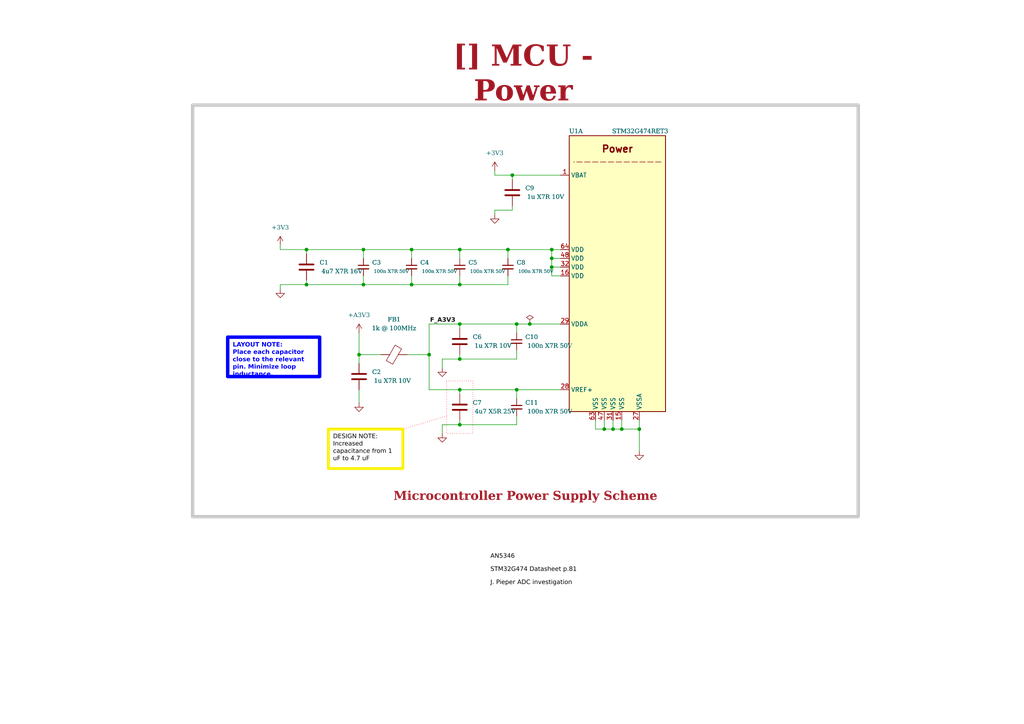
<source format=kicad_sch>
(kicad_sch
	(version 20231120)
	(generator "eeschema")
	(generator_version "8.0")
	(uuid "ea8c4f5e-7a49-4faf-a994-dbc85ed86b0a")
	(paper "A4")
	(title_block
		(title "MCU - Power")
		(date "2023-12-18")
		(rev "${REVISION}")
		(company "${COMPANY}")
	)
	(lib_symbols
		(symbol "0_mcu:STM32G474RETx"
			(exclude_from_sim no)
			(in_bom yes)
			(on_board yes)
			(property "Reference" "U"
				(at -15.24 46.99 0)
				(effects
					(font
						(size 1.27 1.27)
					)
					(justify left)
				)
			)
			(property "Value" "STM32G474RETx"
				(at 0 46.99 0)
				(effects
					(font
						(size 1.27 1.27)
					)
					(justify left)
				)
			)
			(property "Footprint" "0_package_QFP:LQFP-64_10x10mm_P0.5mm"
				(at 26.67 -88.9 0)
				(effects
					(font
						(size 1.27 1.27)
					)
					(justify right)
					(hide yes)
				)
			)
			(property "Datasheet" "https://www.st.com/resource/en/datasheet/stm32g474re.pdf"
				(at -3.81 -91.44 0)
				(effects
					(font
						(size 1.27 1.27)
					)
					(hide yes)
				)
			)
			(property "Description" "STMicroelectronics Arm Cortex-M4 MCU, 512KB flash, 128KB RAM, 170 MHz, 1.71-3.6V, 58 GPIO, LQFP64"
				(at 0 0 0)
				(effects
					(font
						(size 1.27 1.27)
					)
					(hide yes)
				)
			)
			(property "ki_locked" ""
				(at 0 0 0)
				(effects
					(font
						(size 1.27 1.27)
					)
				)
			)
			(property "ki_keywords" "Arm Cortex-M4 STM32G4 STM32G4x4"
				(at 0 0 0)
				(effects
					(font
						(size 1.27 1.27)
					)
					(hide yes)
				)
			)
			(property "ki_fp_filters" "QFN*1EP*7x7mm*P0.5mm*"
				(at 0 0 0)
				(effects
					(font
						(size 1.27 1.27)
					)
					(hide yes)
				)
			)
			(symbol "STM32G474RETx_1_1"
				(rectangle
					(start -13.97 33.02)
					(end 13.97 -46.99)
					(stroke
						(width 0.254)
						(type default)
					)
					(fill
						(type background)
					)
				)
				(polyline
					(pts
						(xy 12.7 25.4) (xy -12.7 25.4)
					)
					(stroke
						(width 0)
						(type dash)
					)
					(fill
						(type none)
					)
				)
				(text "Power"
					(at 0 29.21 0)
					(effects
						(font
							(size 2 2)
							(bold yes)
						)
					)
				)
				(pin power_in line
					(at -16.51 21.59 0)
					(length 2.54)
					(name "VBAT"
						(effects
							(font
								(size 1.27 1.27)
							)
						)
					)
					(number "1"
						(effects
							(font
								(size 1.27 1.27)
							)
						)
					)
				)
				(pin power_in line
					(at 1.27 -49.53 90)
					(length 2.54)
					(name "VSS"
						(effects
							(font
								(size 1.27 1.27)
							)
						)
					)
					(number "15"
						(effects
							(font
								(size 1.27 1.27)
							)
						)
					)
				)
				(pin power_in line
					(at -16.51 -7.62 0)
					(length 2.54)
					(name "VDD"
						(effects
							(font
								(size 1.27 1.27)
							)
						)
					)
					(number "16"
						(effects
							(font
								(size 1.27 1.27)
							)
						)
					)
				)
				(pin power_in line
					(at 6.35 -49.53 90)
					(length 2.54)
					(name "VSSA"
						(effects
							(font
								(size 1.27 1.27)
							)
						)
					)
					(number "27"
						(effects
							(font
								(size 1.27 1.27)
							)
						)
					)
				)
				(pin input line
					(at -16.51 -40.64 0)
					(length 2.54)
					(name "VREF+"
						(effects
							(font
								(size 1.27 1.27)
							)
						)
					)
					(number "28"
						(effects
							(font
								(size 1.27 1.27)
							)
						)
					)
					(alternate "VREFBUF_OUT" bidirectional line)
				)
				(pin power_in line
					(at -16.51 -21.59 0)
					(length 2.54)
					(name "VDDA"
						(effects
							(font
								(size 1.27 1.27)
							)
						)
					)
					(number "29"
						(effects
							(font
								(size 1.27 1.27)
							)
						)
					)
				)
				(pin power_in line
					(at -1.27 -49.53 90)
					(length 2.54)
					(name "VSS"
						(effects
							(font
								(size 1.27 1.27)
							)
						)
					)
					(number "31"
						(effects
							(font
								(size 1.27 1.27)
							)
						)
					)
				)
				(pin power_in line
					(at -16.51 -5.08 0)
					(length 2.54)
					(name "VDD"
						(effects
							(font
								(size 1.27 1.27)
							)
						)
					)
					(number "32"
						(effects
							(font
								(size 1.27 1.27)
							)
						)
					)
				)
				(pin power_in line
					(at -3.81 -49.53 90)
					(length 2.54)
					(name "VSS"
						(effects
							(font
								(size 1.27 1.27)
							)
						)
					)
					(number "47"
						(effects
							(font
								(size 1.27 1.27)
							)
						)
					)
				)
				(pin power_in line
					(at -16.51 -2.54 0)
					(length 2.54)
					(name "VDD"
						(effects
							(font
								(size 1.27 1.27)
							)
						)
					)
					(number "48"
						(effects
							(font
								(size 1.27 1.27)
							)
						)
					)
				)
				(pin power_in line
					(at -6.35 -49.53 90)
					(length 2.54)
					(name "VSS"
						(effects
							(font
								(size 1.27 1.27)
							)
						)
					)
					(number "63"
						(effects
							(font
								(size 1.27 1.27)
							)
						)
					)
				)
				(pin power_in line
					(at -16.51 0 0)
					(length 2.54)
					(name "VDD"
						(effects
							(font
								(size 1.27 1.27)
							)
						)
					)
					(number "64"
						(effects
							(font
								(size 1.27 1.27)
							)
						)
					)
				)
			)
			(symbol "STM32G474RETx_2_1"
				(rectangle
					(start -15.24 45.72)
					(end 15.24 -49.53)
					(stroke
						(width 0)
						(type default)
					)
					(fill
						(type background)
					)
				)
				(polyline
					(pts
						(xy 13.97 38.1) (xy -13.97 38.1)
					)
					(stroke
						(width 0)
						(type dash)
					)
					(fill
						(type none)
					)
				)
				(polyline
					(pts
						(xy -8.89 -6.35) (xy -7.62 -6.35) (xy -7.62 -46.99) (xy -8.89 -46.99)
					)
					(stroke
						(width 0)
						(type default)
					)
					(fill
						(type none)
					)
				)
				(polyline
					(pts
						(xy -8.89 2.54) (xy -7.62 2.54) (xy -7.62 -2.54) (xy -8.89 -2.54)
					)
					(stroke
						(width 0)
						(type default)
					)
					(fill
						(type none)
					)
				)
				(polyline
					(pts
						(xy -8.89 11.43) (xy -7.62 11.43) (xy -7.62 6.35) (xy -8.89 6.35)
					)
					(stroke
						(width 0)
						(type default)
					)
					(fill
						(type none)
					)
				)
				(polyline
					(pts
						(xy -7.62 26.67) (xy -6.35 26.67) (xy -6.35 34.29) (xy -7.62 34.29)
					)
					(stroke
						(width 0)
						(type default)
					)
					(fill
						(type none)
					)
				)
				(polyline
					(pts
						(xy 8.89 -6.35) (xy 7.62 -6.35) (xy 7.62 -46.99) (xy 8.89 -46.99)
					)
					(stroke
						(width 0)
						(type default)
					)
					(fill
						(type none)
					)
				)
				(polyline
					(pts
						(xy 8.89 -1.27) (xy 7.62 -1.27) (xy 7.62 34.29) (xy 8.89 34.29)
					)
					(stroke
						(width 0)
						(type default)
					)
					(fill
						(type none)
					)
				)
				(text "I/O"
					(at 0 41.91 0)
					(effects
						(font
							(size 2 2)
							(bold yes)
						)
					)
				)
				(text "PORT A"
					(at 6.35 16.51 900)
					(effects
						(font
							(size 1.27 1.27)
						)
						(justify bottom)
					)
				)
				(text "PORT B"
					(at 6.35 -26.67 900)
					(effects
						(font
							(size 1.27 1.27)
						)
						(justify bottom)
					)
				)
				(text "PORT C"
					(at -6.35 -26.67 900)
					(effects
						(font
							(size 1.27 1.27)
						)
						(justify top)
					)
				)
				(text "PORT D"
					(at -6.35 0 900)
					(effects
						(font
							(size 1.27 1.27)
						)
						(justify top)
					)
				)
				(text "PORT F"
					(at -6.35 8.89 900)
					(effects
						(font
							(size 1.27 1.27)
						)
						(justify top)
					)
				)
				(text "SWD"
					(at -5.08 30.48 900)
					(effects
						(font
							(size 1.27 1.27)
						)
						(justify top)
					)
				)
				(pin bidirectional line
					(at -17.78 -12.7 0)
					(length 2.54)
					(name "PC2"
						(effects
							(font
								(size 1.27 1.27)
							)
						)
					)
					(number "10"
						(effects
							(font
								(size 1.27 1.27)
							)
						)
					)
					(alternate "ADC2_IN5" bidirectional line)
					(alternate "I2C2_SCL" bidirectional line)
					(alternate "QUADSPI1_BK2_IO3" bidirectional line)
					(alternate "TIM1_ETR" bidirectional line)
					(alternate "USART1_TX" bidirectional line)
				)
				(pin bidirectional line
					(at -17.78 -15.24 0)
					(length 2.54)
					(name "PC3"
						(effects
							(font
								(size 1.27 1.27)
							)
						)
					)
					(number "11"
						(effects
							(font
								(size 1.27 1.27)
							)
						)
					)
					(alternate "ADC2_IN5" bidirectional line)
					(alternate "I2C2_SCL" bidirectional line)
					(alternate "QUADSPI1_BK2_IO3" bidirectional line)
					(alternate "TIM1_ETR" bidirectional line)
					(alternate "USART1_TX" bidirectional line)
				)
				(pin bidirectional line
					(at 17.78 33.02 180)
					(length 2.54)
					(name "PA0"
						(effects
							(font
								(size 1.27 1.27)
							)
						)
					)
					(number "12"
						(effects
							(font
								(size 1.27 1.27)
							)
						)
					)
					(alternate "ADC1_IN1" bidirectional line)
					(alternate "ADC2_IN1" bidirectional line)
					(alternate "COMP1_INM" bidirectional line)
					(alternate "COMP1_OUT" bidirectional line)
					(alternate "COMP3_INP" bidirectional line)
					(alternate "RTC_TAMP2" bidirectional line)
					(alternate "SYS_WKUP1" bidirectional line)
					(alternate "TIM2_CH1" bidirectional line)
					(alternate "TIM2_ETR" bidirectional line)
					(alternate "TIM5_CH1" bidirectional line)
					(alternate "TIM8_BKIN" bidirectional line)
					(alternate "TIM8_ETR" bidirectional line)
					(alternate "USART2_CTS" bidirectional line)
					(alternate "USART2_NSS" bidirectional line)
				)
				(pin bidirectional line
					(at 17.78 30.48 180)
					(length 2.54)
					(name "PA1"
						(effects
							(font
								(size 1.27 1.27)
							)
						)
					)
					(number "13"
						(effects
							(font
								(size 1.27 1.27)
							)
						)
					)
					(alternate "ADC1_IN2" bidirectional line)
					(alternate "ADC2_IN2" bidirectional line)
					(alternate "COMP1_INP" bidirectional line)
					(alternate "OPAMP1_VINP" bidirectional line)
					(alternate "OPAMP1_VINP_SEC" bidirectional line)
					(alternate "OPAMP3_VINP" bidirectional line)
					(alternate "OPAMP3_VINP_SEC" bidirectional line)
					(alternate "OPAMP6_VINM" bidirectional line)
					(alternate "OPAMP6_VINM0" bidirectional line)
					(alternate "OPAMP6_VINM_SEC" bidirectional line)
					(alternate "RTC_REFIN" bidirectional line)
					(alternate "TIM15_CH1N" bidirectional line)
					(alternate "TIM2_CH2" bidirectional line)
					(alternate "TIM5_CH2" bidirectional line)
					(alternate "USART2_DE" bidirectional line)
					(alternate "USART2_RTS" bidirectional line)
				)
				(pin bidirectional line
					(at 17.78 27.94 180)
					(length 2.54)
					(name "PA2"
						(effects
							(font
								(size 1.27 1.27)
							)
						)
					)
					(number "14"
						(effects
							(font
								(size 1.27 1.27)
							)
						)
					)
					(alternate "ADC1_IN3" bidirectional line)
					(alternate "ADC3_EXTI2" bidirectional line)
					(alternate "ADC4_EXTI2" bidirectional line)
					(alternate "ADC5_EXTI2" bidirectional line)
					(alternate "COMP2_INM" bidirectional line)
					(alternate "COMP2_OUT" bidirectional line)
					(alternate "LPUART1_TX" bidirectional line)
					(alternate "OPAMP1_VOUT" bidirectional line)
					(alternate "QUADSPI1_BK1_NCS" bidirectional line)
					(alternate "RCC_LSCO" bidirectional line)
					(alternate "SYS_WKUP4" bidirectional line)
					(alternate "TIM15_CH1" bidirectional line)
					(alternate "TIM2_CH3" bidirectional line)
					(alternate "TIM5_CH3" bidirectional line)
					(alternate "UCPD1_FRSTX1" bidirectional line)
					(alternate "UCPD1_FRSTX2" bidirectional line)
					(alternate "USART2_TX" bidirectional line)
				)
				(pin bidirectional line
					(at 17.78 25.4 180)
					(length 2.54)
					(name "PA3"
						(effects
							(font
								(size 1.27 1.27)
							)
						)
					)
					(number "17"
						(effects
							(font
								(size 1.27 1.27)
							)
						)
					)
					(alternate "ADC1_IN4" bidirectional line)
					(alternate "ADC3_EXTI3" bidirectional line)
					(alternate "ADC4_EXTI3" bidirectional line)
					(alternate "ADC5_EXTI3" bidirectional line)
					(alternate "COMP2_INP" bidirectional line)
					(alternate "LPUART1_RX" bidirectional line)
					(alternate "OPAMP1_VINM" bidirectional line)
					(alternate "OPAMP1_VINM0" bidirectional line)
					(alternate "OPAMP1_VINM_SEC" bidirectional line)
					(alternate "OPAMP1_VINP" bidirectional line)
					(alternate "OPAMP1_VINP_SEC" bidirectional line)
					(alternate "OPAMP5_VINM" bidirectional line)
					(alternate "OPAMP5_VINM1" bidirectional line)
					(alternate "OPAMP5_VINM_SEC" bidirectional line)
					(alternate "QUADSPI1_CLK" bidirectional line)
					(alternate "SAI1_CK1" bidirectional line)
					(alternate "SAI1_MCLK_A" bidirectional line)
					(alternate "TIM15_CH2" bidirectional line)
					(alternate "TIM2_CH4" bidirectional line)
					(alternate "TIM5_CH4" bidirectional line)
					(alternate "USART2_RX" bidirectional line)
				)
				(pin bidirectional line
					(at 17.78 22.86 180)
					(length 2.54)
					(name "PA4"
						(effects
							(font
								(size 1.27 1.27)
							)
						)
					)
					(number "18"
						(effects
							(font
								(size 1.27 1.27)
							)
						)
					)
					(alternate "ADC2_IN17" bidirectional line)
					(alternate "COMP1_INM" bidirectional line)
					(alternate "DAC1_OUT1" bidirectional line)
					(alternate "I2S3_WS" bidirectional line)
					(alternate "SAI1_FS_B" bidirectional line)
					(alternate "SPI1_NSS" bidirectional line)
					(alternate "SPI3_NSS" bidirectional line)
					(alternate "TIM3_CH2" bidirectional line)
					(alternate "USART2_CK" bidirectional line)
				)
				(pin bidirectional line
					(at 17.78 20.32 180)
					(length 2.54)
					(name "PA5"
						(effects
							(font
								(size 1.27 1.27)
							)
						)
					)
					(number "19"
						(effects
							(font
								(size 1.27 1.27)
							)
						)
					)
					(alternate "ADC2_IN13" bidirectional line)
					(alternate "COMP2_INM" bidirectional line)
					(alternate "DAC1_OUT2" bidirectional line)
					(alternate "OPAMP2_VINM" bidirectional line)
					(alternate "OPAMP2_VINM0" bidirectional line)
					(alternate "OPAMP2_VINM_SEC" bidirectional line)
					(alternate "SPI1_SCK" bidirectional line)
					(alternate "TIM2_CH1" bidirectional line)
					(alternate "TIM2_ETR" bidirectional line)
					(alternate "UCPD1_FRSTX1" bidirectional line)
					(alternate "UCPD1_FRSTX2" bidirectional line)
				)
				(pin bidirectional line
					(at -17.78 -40.64 0)
					(length 2.54)
					(name "PC13"
						(effects
							(font
								(size 1.27 1.27)
							)
						)
					)
					(number "2"
						(effects
							(font
								(size 1.27 1.27)
							)
						)
					)
					(alternate "RTC_OUT1" bidirectional line)
					(alternate "RTC_TAMP1" bidirectional line)
					(alternate "RTC_TS" bidirectional line)
					(alternate "SYS_WKUP2" bidirectional line)
					(alternate "TIM1_BKIN" bidirectional line)
					(alternate "TIM1_CH1N" bidirectional line)
					(alternate "TIM8_CH4N" bidirectional line)
				)
				(pin bidirectional line
					(at 17.78 17.78 180)
					(length 2.54)
					(name "PA6"
						(effects
							(font
								(size 1.27 1.27)
							)
						)
					)
					(number "20"
						(effects
							(font
								(size 1.27 1.27)
							)
						)
					)
					(alternate "ADC2_IN3" bidirectional line)
					(alternate "COMP1_OUT" bidirectional line)
					(alternate "DAC2_OUT1" bidirectional line)
					(alternate "LPUART1_CTS" bidirectional line)
					(alternate "OPAMP2_VOUT" bidirectional line)
					(alternate "QUADSPI1_BK1_IO3" bidirectional line)
					(alternate "SPI1_MISO" bidirectional line)
					(alternate "TIM16_CH1" bidirectional line)
					(alternate "TIM1_BKIN" bidirectional line)
					(alternate "TIM3_CH1" bidirectional line)
					(alternate "TIM8_BKIN" bidirectional line)
				)
				(pin bidirectional line
					(at 17.78 15.24 180)
					(length 2.54)
					(name "PA7"
						(effects
							(font
								(size 1.27 1.27)
							)
						)
					)
					(number "21"
						(effects
							(font
								(size 1.27 1.27)
							)
						)
					)
					(alternate "ADC2_IN4" bidirectional line)
					(alternate "COMP2_INP" bidirectional line)
					(alternate "COMP2_OUT" bidirectional line)
					(alternate "OPAMP1_VINP" bidirectional line)
					(alternate "OPAMP1_VINP_SEC" bidirectional line)
					(alternate "OPAMP2_VINP" bidirectional line)
					(alternate "OPAMP2_VINP_SEC" bidirectional line)
					(alternate "QUADSPI1_BK1_IO2" bidirectional line)
					(alternate "SPI1_MOSI" bidirectional line)
					(alternate "TIM17_CH1" bidirectional line)
					(alternate "TIM1_CH1N" bidirectional line)
					(alternate "TIM3_CH2" bidirectional line)
					(alternate "TIM8_CH1N" bidirectional line)
					(alternate "UCPD1_FRSTX1" bidirectional line)
					(alternate "UCPD1_FRSTX2" bidirectional line)
				)
				(pin bidirectional line
					(at -17.78 -17.78 0)
					(length 2.54)
					(name "PC4"
						(effects
							(font
								(size 1.27 1.27)
							)
						)
					)
					(number "22"
						(effects
							(font
								(size 1.27 1.27)
							)
						)
					)
					(alternate "ADC2_IN5" bidirectional line)
					(alternate "I2C2_SCL" bidirectional line)
					(alternate "QUADSPI1_BK2_IO3" bidirectional line)
					(alternate "TIM1_ETR" bidirectional line)
					(alternate "USART1_TX" bidirectional line)
				)
				(pin bidirectional line
					(at -17.78 -20.32 0)
					(length 2.54)
					(name "PC5"
						(effects
							(font
								(size 1.27 1.27)
							)
						)
					)
					(number "23"
						(effects
							(font
								(size 1.27 1.27)
							)
						)
					)
					(alternate "ADC2_IN5" bidirectional line)
					(alternate "I2C2_SCL" bidirectional line)
					(alternate "QUADSPI1_BK2_IO3" bidirectional line)
					(alternate "TIM1_ETR" bidirectional line)
					(alternate "USART1_TX" bidirectional line)
				)
				(pin bidirectional line
					(at 17.78 -7.62 180)
					(length 2.54)
					(name "PB0"
						(effects
							(font
								(size 1.27 1.27)
							)
						)
					)
					(number "24"
						(effects
							(font
								(size 1.27 1.27)
							)
						)
					)
					(alternate "ADC1_IN15" bidirectional line)
					(alternate "ADC3_IN12" bidirectional line)
					(alternate "COMP4_INP" bidirectional line)
					(alternate "HRTIM1_FLT5" bidirectional line)
					(alternate "OPAMP2_VINP" bidirectional line)
					(alternate "OPAMP2_VINP_SEC" bidirectional line)
					(alternate "OPAMP3_VINP" bidirectional line)
					(alternate "OPAMP3_VINP_SEC" bidirectional line)
					(alternate "QUADSPI1_BK1_IO1" bidirectional line)
					(alternate "TIM1_CH2N" bidirectional line)
					(alternate "TIM3_CH3" bidirectional line)
					(alternate "TIM8_CH2N" bidirectional line)
					(alternate "UCPD1_FRSTX1" bidirectional line)
					(alternate "UCPD1_FRSTX2" bidirectional line)
				)
				(pin bidirectional line
					(at 17.78 -10.16 180)
					(length 2.54)
					(name "PB1"
						(effects
							(font
								(size 1.27 1.27)
							)
						)
					)
					(number "25"
						(effects
							(font
								(size 1.27 1.27)
							)
						)
					)
					(alternate "ADC1_IN12" bidirectional line)
					(alternate "ADC3_IN1" bidirectional line)
					(alternate "COMP1_INP" bidirectional line)
					(alternate "COMP4_OUT" bidirectional line)
					(alternate "HRTIM1_SCOUT" bidirectional line)
					(alternate "LPUART1_DE" bidirectional line)
					(alternate "LPUART1_RTS" bidirectional line)
					(alternate "OPAMP3_VOUT" bidirectional line)
					(alternate "OPAMP6_VINM" bidirectional line)
					(alternate "OPAMP6_VINM1" bidirectional line)
					(alternate "OPAMP6_VINM_SEC" bidirectional line)
					(alternate "QUADSPI1_BK1_IO0" bidirectional line)
					(alternate "TIM1_CH3N" bidirectional line)
					(alternate "TIM3_CH4" bidirectional line)
					(alternate "TIM8_CH3N" bidirectional line)
				)
				(pin bidirectional line
					(at 17.78 -12.7 180)
					(length 2.54)
					(name "PB2"
						(effects
							(font
								(size 1.27 1.27)
							)
						)
					)
					(number "26"
						(effects
							(font
								(size 1.27 1.27)
							)
						)
					)
					(alternate "ADC2_IN12" bidirectional line)
					(alternate "ADC3_EXTI2" bidirectional line)
					(alternate "ADC4_EXTI2" bidirectional line)
					(alternate "ADC5_EXTI2" bidirectional line)
					(alternate "COMP4_INM" bidirectional line)
					(alternate "HRTIM1_SCIN" bidirectional line)
					(alternate "I2C3_SMBA" bidirectional line)
					(alternate "LPTIM1_OUT" bidirectional line)
					(alternate "OPAMP3_VINM" bidirectional line)
					(alternate "OPAMP3_VINM0" bidirectional line)
					(alternate "OPAMP3_VINM_SEC" bidirectional line)
					(alternate "QUADSPI1_BK2_IO1" bidirectional line)
					(alternate "RTC_OUT2" bidirectional line)
					(alternate "TIM20_CH1" bidirectional line)
					(alternate "TIM5_CH1" bidirectional line)
				)
				(pin bidirectional line
					(at -17.78 -43.18 0)
					(length 2.54)
					(name "PC14"
						(effects
							(font
								(size 1.27 1.27)
							)
						)
					)
					(number "3"
						(effects
							(font
								(size 1.27 1.27)
							)
						)
					)
					(alternate "RCC_OSC32_IN" bidirectional line)
				)
				(pin bidirectional line
					(at 17.78 -33.02 180)
					(length 2.54)
					(name "PB10"
						(effects
							(font
								(size 1.27 1.27)
							)
						)
					)
					(number "30"
						(effects
							(font
								(size 1.27 1.27)
							)
						)
					)
					(alternate "COMP5_INM" bidirectional line)
					(alternate "DAC1_EXTI10" bidirectional line)
					(alternate "DAC2_EXTI10" bidirectional line)
					(alternate "DAC3_EXTI10" bidirectional line)
					(alternate "DAC4_EXTI10" bidirectional line)
					(alternate "HRTIM1_FLT3" bidirectional line)
					(alternate "LPUART1_RX" bidirectional line)
					(alternate "OPAMP3_VINM" bidirectional line)
					(alternate "OPAMP3_VINM1" bidirectional line)
					(alternate "OPAMP3_VINM_SEC" bidirectional line)
					(alternate "OPAMP4_VINM" bidirectional line)
					(alternate "OPAMP4_VINM0" bidirectional line)
					(alternate "OPAMP4_VINM_SEC" bidirectional line)
					(alternate "QUADSPI1_CLK" bidirectional line)
					(alternate "SAI1_SCK_A" bidirectional line)
					(alternate "TIM1_BKIN" bidirectional line)
					(alternate "TIM2_CH3" bidirectional line)
					(alternate "USART3_TX" bidirectional line)
				)
				(pin bidirectional line
					(at 17.78 -35.56 180)
					(length 2.54)
					(name "PB11"
						(effects
							(font
								(size 1.27 1.27)
							)
						)
					)
					(number "33"
						(effects
							(font
								(size 1.27 1.27)
							)
						)
					)
					(alternate "ADC1_EXTI11" bidirectional line)
					(alternate "ADC1_IN14" bidirectional line)
					(alternate "ADC2_EXTI11" bidirectional line)
					(alternate "ADC2_IN14" bidirectional line)
					(alternate "COMP6_INP" bidirectional line)
					(alternate "HRTIM1_FLT4" bidirectional line)
					(alternate "LPUART1_TX" bidirectional line)
					(alternate "OPAMP4_VINP" bidirectional line)
					(alternate "OPAMP4_VINP_SEC" bidirectional line)
					(alternate "OPAMP6_VOUT" bidirectional line)
					(alternate "QUADSPI1_BK1_NCS" bidirectional line)
					(alternate "TIM2_CH4" bidirectional line)
					(alternate "USART3_RX" bidirectional line)
				)
				(pin bidirectional line
					(at 17.78 -38.1 180)
					(length 2.54)
					(name "PB12"
						(effects
							(font
								(size 1.27 1.27)
							)
						)
					)
					(number "34"
						(effects
							(font
								(size 1.27 1.27)
							)
						)
					)
					(alternate "ADC1_IN11" bidirectional line)
					(alternate "ADC4_IN3" bidirectional line)
					(alternate "COMP7_INM" bidirectional line)
					(alternate "FDCAN2_RX" bidirectional line)
					(alternate "HRTIM1_CHC1" bidirectional line)
					(alternate "I2C2_SMBA" bidirectional line)
					(alternate "I2S2_WS" bidirectional line)
					(alternate "LPUART1_DE" bidirectional line)
					(alternate "LPUART1_RTS" bidirectional line)
					(alternate "OPAMP4_VOUT" bidirectional line)
					(alternate "OPAMP6_VINP" bidirectional line)
					(alternate "OPAMP6_VINP_SEC" bidirectional line)
					(alternate "SPI2_NSS" bidirectional line)
					(alternate "TIM1_BKIN" bidirectional line)
					(alternate "TIM5_ETR" bidirectional line)
					(alternate "USART3_CK" bidirectional line)
				)
				(pin bidirectional line
					(at 17.78 -40.64 180)
					(length 2.54)
					(name "PB13"
						(effects
							(font
								(size 1.27 1.27)
							)
						)
					)
					(number "35"
						(effects
							(font
								(size 1.27 1.27)
							)
						)
					)
					(alternate "ADC3_IN5" bidirectional line)
					(alternate "COMP5_INP" bidirectional line)
					(alternate "FDCAN2_TX" bidirectional line)
					(alternate "HRTIM1_CHC2" bidirectional line)
					(alternate "I2S2_CK" bidirectional line)
					(alternate "LPUART1_CTS" bidirectional line)
					(alternate "OPAMP3_VINP" bidirectional line)
					(alternate "OPAMP3_VINP_SEC" bidirectional line)
					(alternate "OPAMP4_VINP" bidirectional line)
					(alternate "OPAMP4_VINP_SEC" bidirectional line)
					(alternate "OPAMP6_VINP" bidirectional line)
					(alternate "OPAMP6_VINP_SEC" bidirectional line)
					(alternate "SPI2_SCK" bidirectional line)
					(alternate "TIM1_CH1N" bidirectional line)
					(alternate "USART3_CTS" bidirectional line)
					(alternate "USART3_NSS" bidirectional line)
				)
				(pin bidirectional line
					(at 17.78 -43.18 180)
					(length 2.54)
					(name "PB14"
						(effects
							(font
								(size 1.27 1.27)
							)
						)
					)
					(number "36"
						(effects
							(font
								(size 1.27 1.27)
							)
						)
					)
					(alternate "ADC1_IN5" bidirectional line)
					(alternate "ADC4_IN4" bidirectional line)
					(alternate "COMP4_OUT" bidirectional line)
					(alternate "COMP7_INP" bidirectional line)
					(alternate "HRTIM1_CHD1" bidirectional line)
					(alternate "OPAMP2_VINP" bidirectional line)
					(alternate "OPAMP2_VINP_SEC" bidirectional line)
					(alternate "OPAMP5_VINP" bidirectional line)
					(alternate "OPAMP5_VINP_SEC" bidirectional line)
					(alternate "SPI2_MISO" bidirectional line)
					(alternate "TIM15_CH1" bidirectional line)
					(alternate "TIM1_CH2N" bidirectional line)
					(alternate "USART3_DE" bidirectional line)
					(alternate "USART3_RTS" bidirectional line)
				)
				(pin bidirectional line
					(at 17.78 -45.72 180)
					(length 2.54)
					(name "PB15"
						(effects
							(font
								(size 1.27 1.27)
							)
						)
					)
					(number "37"
						(effects
							(font
								(size 1.27 1.27)
							)
						)
					)
					(alternate "ADC1_EXTI15" bidirectional line)
					(alternate "ADC2_EXTI15" bidirectional line)
					(alternate "ADC2_IN15" bidirectional line)
					(alternate "ADC4_IN5" bidirectional line)
					(alternate "COMP3_OUT" bidirectional line)
					(alternate "COMP6_INM" bidirectional line)
					(alternate "HRTIM1_CHD2" bidirectional line)
					(alternate "I2S2_SD" bidirectional line)
					(alternate "OPAMP5_VINM" bidirectional line)
					(alternate "OPAMP5_VINM0" bidirectional line)
					(alternate "OPAMP5_VINM_SEC" bidirectional line)
					(alternate "RTC_REFIN" bidirectional line)
					(alternate "SPI2_MOSI" bidirectional line)
					(alternate "TIM15_CH1N" bidirectional line)
					(alternate "TIM15_CH2" bidirectional line)
					(alternate "TIM1_CH3N" bidirectional line)
				)
				(pin bidirectional line
					(at -17.78 -22.86 0)
					(length 2.54)
					(name "PC6"
						(effects
							(font
								(size 1.27 1.27)
							)
						)
					)
					(number "38"
						(effects
							(font
								(size 1.27 1.27)
							)
						)
					)
					(alternate "COMP6_OUT" bidirectional line)
					(alternate "HRTIM1_CHF1" bidirectional line)
					(alternate "HRTIM1_EEV10" bidirectional line)
					(alternate "I2C4_SCL" bidirectional line)
					(alternate "I2S2_MCK" bidirectional line)
					(alternate "TIM3_CH1" bidirectional line)
					(alternate "TIM8_CH1" bidirectional line)
				)
				(pin bidirectional line
					(at -17.78 -25.4 0)
					(length 2.54)
					(name "PC7"
						(effects
							(font
								(size 1.27 1.27)
							)
						)
					)
					(number "39"
						(effects
							(font
								(size 1.27 1.27)
							)
						)
					)
					(alternate "COMP6_OUT" bidirectional line)
					(alternate "HRTIM1_CHF1" bidirectional line)
					(alternate "HRTIM1_EEV10" bidirectional line)
					(alternate "I2C4_SCL" bidirectional line)
					(alternate "I2S2_MCK" bidirectional line)
					(alternate "TIM3_CH1" bidirectional line)
					(alternate "TIM8_CH1" bidirectional line)
				)
				(pin bidirectional line
					(at -17.78 -45.72 0)
					(length 2.54)
					(name "PC15"
						(effects
							(font
								(size 1.27 1.27)
							)
						)
					)
					(number "4"
						(effects
							(font
								(size 1.27 1.27)
							)
						)
					)
					(alternate "ADC1_EXTI15" bidirectional line)
					(alternate "ADC2_EXTI15" bidirectional line)
					(alternate "RCC_OSC32_OUT" bidirectional line)
				)
				(pin bidirectional line
					(at -17.78 -27.94 0)
					(length 2.54)
					(name "PC8"
						(effects
							(font
								(size 1.27 1.27)
							)
						)
					)
					(number "40"
						(effects
							(font
								(size 1.27 1.27)
							)
						)
					)
					(alternate "COMP6_OUT" bidirectional line)
					(alternate "HRTIM1_CHF1" bidirectional line)
					(alternate "HRTIM1_EEV10" bidirectional line)
					(alternate "I2C4_SCL" bidirectional line)
					(alternate "I2S2_MCK" bidirectional line)
					(alternate "TIM3_CH1" bidirectional line)
					(alternate "TIM8_CH1" bidirectional line)
				)
				(pin bidirectional line
					(at -17.78 -30.48 0)
					(length 2.54)
					(name "PC9"
						(effects
							(font
								(size 1.27 1.27)
							)
						)
					)
					(number "41"
						(effects
							(font
								(size 1.27 1.27)
							)
						)
					)
					(alternate "COMP6_OUT" bidirectional line)
					(alternate "HRTIM1_CHF1" bidirectional line)
					(alternate "HRTIM1_EEV10" bidirectional line)
					(alternate "I2C4_SCL" bidirectional line)
					(alternate "I2S2_MCK" bidirectional line)
					(alternate "TIM3_CH1" bidirectional line)
					(alternate "TIM8_CH1" bidirectional line)
				)
				(pin bidirectional line
					(at 17.78 12.7 180)
					(length 2.54)
					(name "PA8"
						(effects
							(font
								(size 1.27 1.27)
							)
						)
					)
					(number "42"
						(effects
							(font
								(size 1.27 1.27)
							)
						)
					)
					(alternate "ADC5_IN1" bidirectional line)
					(alternate "COMP7_OUT" bidirectional line)
					(alternate "FDCAN3_RX" bidirectional line)
					(alternate "HRTIM1_CHA1" bidirectional line)
					(alternate "I2C2_SDA" bidirectional line)
					(alternate "I2C3_SCL" bidirectional line)
					(alternate "I2S2_MCK" bidirectional line)
					(alternate "OPAMP5_VOUT" bidirectional line)
					(alternate "RCC_MCO" bidirectional line)
					(alternate "SAI1_CK2" bidirectional line)
					(alternate "SAI1_SCK_A" bidirectional line)
					(alternate "TIM1_CH1" bidirectional line)
					(alternate "TIM4_ETR" bidirectional line)
					(alternate "USART1_CK" bidirectional line)
				)
				(pin bidirectional line
					(at 17.78 10.16 180)
					(length 2.54)
					(name "PA9"
						(effects
							(font
								(size 1.27 1.27)
							)
						)
					)
					(number "43"
						(effects
							(font
								(size 1.27 1.27)
							)
						)
					)
					(alternate "ADC5_IN2" bidirectional line)
					(alternate "COMP5_OUT" bidirectional line)
					(alternate "DAC1_EXTI9" bidirectional line)
					(alternate "DAC2_EXTI9" bidirectional line)
					(alternate "DAC3_EXTI9" bidirectional line)
					(alternate "DAC4_EXTI9" bidirectional line)
					(alternate "HRTIM1_CHA2" bidirectional line)
					(alternate "I2C2_SCL" bidirectional line)
					(alternate "I2C3_SMBA" bidirectional line)
					(alternate "I2S3_MCK" bidirectional line)
					(alternate "SAI1_FS_A" bidirectional line)
					(alternate "TIM15_BKIN" bidirectional line)
					(alternate "TIM1_CH2" bidirectional line)
					(alternate "TIM2_CH3" bidirectional line)
					(alternate "UCPD1_DBCC1" bidirectional line)
					(alternate "USART1_TX" bidirectional line)
				)
				(pin bidirectional line
					(at 17.78 7.62 180)
					(length 2.54)
					(name "PA10"
						(effects
							(font
								(size 1.27 1.27)
							)
						)
					)
					(number "44"
						(effects
							(font
								(size 1.27 1.27)
							)
						)
					)
					(alternate "COMP6_OUT" bidirectional line)
					(alternate "CRS_SYNC" bidirectional line)
					(alternate "DAC1_EXTI10" bidirectional line)
					(alternate "DAC2_EXTI10" bidirectional line)
					(alternate "DAC3_EXTI10" bidirectional line)
					(alternate "DAC4_EXTI10" bidirectional line)
					(alternate "HRTIM1_CHB1" bidirectional line)
					(alternate "I2C2_SMBA" bidirectional line)
					(alternate "SAI1_D1" bidirectional line)
					(alternate "SAI1_SD_A" bidirectional line)
					(alternate "SPI2_MISO" bidirectional line)
					(alternate "TIM17_BKIN" bidirectional line)
					(alternate "TIM1_CH3" bidirectional line)
					(alternate "TIM2_CH4" bidirectional line)
					(alternate "TIM8_BKIN" bidirectional line)
					(alternate "UCPD1_DBCC2" bidirectional line)
					(alternate "USART1_RX" bidirectional line)
				)
				(pin bidirectional line
					(at 17.78 5.08 180)
					(length 2.54)
					(name "PA11"
						(effects
							(font
								(size 1.27 1.27)
							)
						)
					)
					(number "45"
						(effects
							(font
								(size 1.27 1.27)
							)
						)
					)
					(alternate "ADC1_EXTI11" bidirectional line)
					(alternate "ADC2_EXTI11" bidirectional line)
					(alternate "COMP1_OUT" bidirectional line)
					(alternate "FDCAN1_RX" bidirectional line)
					(alternate "HRTIM1_CHB2" bidirectional line)
					(alternate "I2S2_SD" bidirectional line)
					(alternate "SPI2_MOSI" bidirectional line)
					(alternate "TIM1_BKIN2" bidirectional line)
					(alternate "TIM1_CH1N" bidirectional line)
					(alternate "TIM1_CH4" bidirectional line)
					(alternate "TIM4_CH1" bidirectional line)
					(alternate "USART1_CTS" bidirectional line)
					(alternate "USART1_NSS" bidirectional line)
					(alternate "USB_DM" bidirectional line)
				)
				(pin bidirectional line
					(at 17.78 2.54 180)
					(length 2.54)
					(name "PA12"
						(effects
							(font
								(size 1.27 1.27)
							)
						)
					)
					(number "46"
						(effects
							(font
								(size 1.27 1.27)
							)
						)
					)
					(alternate "COMP2_OUT" bidirectional line)
					(alternate "FDCAN1_TX" bidirectional line)
					(alternate "HRTIM1_FLT1" bidirectional line)
					(alternate "I2S_CKIN" bidirectional line)
					(alternate "TIM16_CH1" bidirectional line)
					(alternate "TIM1_CH2N" bidirectional line)
					(alternate "TIM1_ETR" bidirectional line)
					(alternate "TIM4_CH2" bidirectional line)
					(alternate "USART1_DE" bidirectional line)
					(alternate "USART1_RTS" bidirectional line)
					(alternate "USB_DP" bidirectional line)
				)
				(pin bidirectional line
					(at -17.78 33.02 0)
					(length 2.54)
					(name "PA13"
						(effects
							(font
								(size 1.27 1.27)
							)
						)
					)
					(number "49"
						(effects
							(font
								(size 1.27 1.27)
							)
						)
					)
					(alternate "ADC1_EXTI15" bidirectional line)
					(alternate "ADC2_EXTI15" bidirectional line)
					(alternate "FDCAN3_TX" bidirectional line)
					(alternate "HRTIM1_FLT2" bidirectional line)
					(alternate "I2C1_SCL" bidirectional line)
					(alternate "I2S3_WS" bidirectional line)
					(alternate "SPI1_NSS" bidirectional line)
					(alternate "SPI3_NSS" bidirectional line)
					(alternate "SYS_JTDI" bidirectional line)
					(alternate "TIM1_BKIN" bidirectional line)
					(alternate "TIM2_CH1" bidirectional line)
					(alternate "TIM2_ETR" bidirectional line)
					(alternate "TIM8_CH1" bidirectional line)
					(alternate "UART4_DE" bidirectional line)
					(alternate "UART4_RTS" bidirectional line)
					(alternate "USART2_RX" bidirectional line)
				)
				(pin bidirectional line
					(at -17.78 10.16 0)
					(length 2.54)
					(name "PF0"
						(effects
							(font
								(size 1.27 1.27)
							)
						)
					)
					(number "5"
						(effects
							(font
								(size 1.27 1.27)
							)
						)
					)
					(alternate "ADC1_IN10" bidirectional line)
					(alternate "I2C2_SDA" bidirectional line)
					(alternate "I2S2_WS" bidirectional line)
					(alternate "RCC_OSC_IN" bidirectional line)
					(alternate "SPI2_NSS" bidirectional line)
					(alternate "TIM1_CH3N" bidirectional line)
				)
				(pin bidirectional line
					(at -17.78 30.48 0)
					(length 2.54)
					(name "PA14"
						(effects
							(font
								(size 1.27 1.27)
							)
						)
					)
					(number "50"
						(effects
							(font
								(size 1.27 1.27)
							)
						)
					)
					(alternate "ADC1_EXTI15" bidirectional line)
					(alternate "ADC2_EXTI15" bidirectional line)
					(alternate "FDCAN3_TX" bidirectional line)
					(alternate "HRTIM1_FLT2" bidirectional line)
					(alternate "I2C1_SCL" bidirectional line)
					(alternate "I2S3_WS" bidirectional line)
					(alternate "SPI1_NSS" bidirectional line)
					(alternate "SPI3_NSS" bidirectional line)
					(alternate "SYS_JTDI" bidirectional line)
					(alternate "TIM1_BKIN" bidirectional line)
					(alternate "TIM2_CH1" bidirectional line)
					(alternate "TIM2_ETR" bidirectional line)
					(alternate "TIM8_CH1" bidirectional line)
					(alternate "UART4_DE" bidirectional line)
					(alternate "UART4_RTS" bidirectional line)
					(alternate "USART2_RX" bidirectional line)
				)
				(pin bidirectional line
					(at 17.78 0 180)
					(length 2.54)
					(name "PA15"
						(effects
							(font
								(size 1.27 1.27)
							)
						)
					)
					(number "51"
						(effects
							(font
								(size 1.27 1.27)
							)
						)
					)
					(alternate "ADC1_EXTI15" bidirectional line)
					(alternate "ADC2_EXTI15" bidirectional line)
					(alternate "FDCAN3_TX" bidirectional line)
					(alternate "HRTIM1_FLT2" bidirectional line)
					(alternate "I2C1_SCL" bidirectional line)
					(alternate "I2S3_WS" bidirectional line)
					(alternate "SPI1_NSS" bidirectional line)
					(alternate "SPI3_NSS" bidirectional line)
					(alternate "SYS_JTDI" bidirectional line)
					(alternate "TIM1_BKIN" bidirectional line)
					(alternate "TIM2_CH1" bidirectional line)
					(alternate "TIM2_ETR" bidirectional line)
					(alternate "TIM8_CH1" bidirectional line)
					(alternate "UART4_DE" bidirectional line)
					(alternate "UART4_RTS" bidirectional line)
					(alternate "USART2_RX" bidirectional line)
				)
				(pin bidirectional line
					(at -17.78 -33.02 0)
					(length 2.54)
					(name "PC10"
						(effects
							(font
								(size 1.27 1.27)
							)
						)
					)
					(number "52"
						(effects
							(font
								(size 1.27 1.27)
							)
						)
					)
					(alternate "DAC1_EXTI10" bidirectional line)
					(alternate "DAC2_EXTI10" bidirectional line)
					(alternate "DAC3_EXTI10" bidirectional line)
					(alternate "DAC4_EXTI10" bidirectional line)
					(alternate "HRTIM1_FLT6" bidirectional line)
					(alternate "I2S3_CK" bidirectional line)
					(alternate "SPI3_SCK" bidirectional line)
					(alternate "TIM8_CH1N" bidirectional line)
					(alternate "UART4_TX" bidirectional line)
					(alternate "USART3_TX" bidirectional line)
				)
				(pin bidirectional line
					(at -17.78 -35.56 0)
					(length 2.54)
					(name "PC11"
						(effects
							(font
								(size 1.27 1.27)
							)
						)
					)
					(number "53"
						(effects
							(font
								(size 1.27 1.27)
							)
						)
					)
					(alternate "ADC1_EXTI11" bidirectional line)
					(alternate "ADC2_EXTI11" bidirectional line)
					(alternate "HRTIM1_EEV2" bidirectional line)
					(alternate "I2C3_SDA" bidirectional line)
					(alternate "SPI3_MISO" bidirectional line)
					(alternate "TIM8_CH2N" bidirectional line)
					(alternate "UART4_RX" bidirectional line)
					(alternate "USART3_RX" bidirectional line)
				)
				(pin bidirectional line
					(at -17.78 -38.1 0)
					(length 2.54)
					(name "PC12"
						(effects
							(font
								(size 1.27 1.27)
							)
						)
					)
					(number "54"
						(effects
							(font
								(size 1.27 1.27)
							)
						)
					)
					(alternate "ADC1_EXTI11" bidirectional line)
					(alternate "ADC2_EXTI11" bidirectional line)
					(alternate "HRTIM1_EEV2" bidirectional line)
					(alternate "I2C3_SDA" bidirectional line)
					(alternate "SPI3_MISO" bidirectional line)
					(alternate "TIM8_CH2N" bidirectional line)
					(alternate "UART4_RX" bidirectional line)
					(alternate "USART3_RX" bidirectional line)
				)
				(pin bidirectional line
					(at -17.78 0 0)
					(length 2.54)
					(name "PD2"
						(effects
							(font
								(size 1.27 1.27)
							)
						)
					)
					(number "55"
						(effects
							(font
								(size 1.27 1.27)
							)
						)
					)
					(alternate "ADC1_EXTI15" bidirectional line)
					(alternate "ADC2_EXTI15" bidirectional line)
					(alternate "RCC_OSC32_OUT" bidirectional line)
				)
				(pin bidirectional line
					(at 17.78 -15.24 180)
					(length 2.54)
					(name "PB3"
						(effects
							(font
								(size 1.27 1.27)
							)
						)
					)
					(number "56"
						(effects
							(font
								(size 1.27 1.27)
							)
						)
					)
					(alternate "ADC3_EXTI3" bidirectional line)
					(alternate "ADC4_EXTI3" bidirectional line)
					(alternate "ADC5_EXTI3" bidirectional line)
					(alternate "CRS_SYNC" bidirectional line)
					(alternate "FDCAN3_RX" bidirectional line)
					(alternate "HRTIM1_EEV9" bidirectional line)
					(alternate "HRTIM1_SCOUT" bidirectional line)
					(alternate "I2S3_CK" bidirectional line)
					(alternate "SAI1_SCK_B" bidirectional line)
					(alternate "SPI1_SCK" bidirectional line)
					(alternate "SPI3_SCK" bidirectional line)
					(alternate "SYS_JTDO-SWO" bidirectional line)
					(alternate "TIM2_CH2" bidirectional line)
					(alternate "TIM3_ETR" bidirectional line)
					(alternate "TIM4_ETR" bidirectional line)
					(alternate "TIM8_CH1N" bidirectional line)
					(alternate "USART2_TX" bidirectional line)
				)
				(pin bidirectional line
					(at 17.78 -17.78 180)
					(length 2.54)
					(name "PB4"
						(effects
							(font
								(size 1.27 1.27)
							)
						)
					)
					(number "57"
						(effects
							(font
								(size 1.27 1.27)
							)
						)
					)
					(alternate "FDCAN3_TX" bidirectional line)
					(alternate "HRTIM1_EEV7" bidirectional line)
					(alternate "SAI1_MCLK_B" bidirectional line)
					(alternate "SPI1_MISO" bidirectional line)
					(alternate "SPI3_MISO" bidirectional line)
					(alternate "SYS_JTRST" bidirectional line)
					(alternate "TIM16_CH1" bidirectional line)
					(alternate "TIM17_BKIN" bidirectional line)
					(alternate "TIM3_CH1" bidirectional line)
					(alternate "TIM8_CH2N" bidirectional line)
					(alternate "UCPD1_CC2" bidirectional line)
					(alternate "USART2_RX" bidirectional line)
				)
				(pin bidirectional line
					(at 17.78 -20.32 180)
					(length 2.54)
					(name "PB5"
						(effects
							(font
								(size 1.27 1.27)
							)
						)
					)
					(number "58"
						(effects
							(font
								(size 1.27 1.27)
							)
						)
					)
					(alternate "FDCAN2_RX" bidirectional line)
					(alternate "HRTIM1_EEV6" bidirectional line)
					(alternate "I2C1_SMBA" bidirectional line)
					(alternate "I2C3_SDA" bidirectional line)
					(alternate "I2S3_SD" bidirectional line)
					(alternate "LPTIM1_IN1" bidirectional line)
					(alternate "SAI1_SD_B" bidirectional line)
					(alternate "SPI1_MOSI" bidirectional line)
					(alternate "SPI3_MOSI" bidirectional line)
					(alternate "TIM16_BKIN" bidirectional line)
					(alternate "TIM17_CH1" bidirectional line)
					(alternate "TIM3_CH2" bidirectional line)
					(alternate "TIM8_CH3N" bidirectional line)
					(alternate "USART2_CK" bidirectional line)
				)
				(pin bidirectional line
					(at 17.78 -22.86 180)
					(length 2.54)
					(name "PB6"
						(effects
							(font
								(size 1.27 1.27)
							)
						)
					)
					(number "59"
						(effects
							(font
								(size 1.27 1.27)
							)
						)
					)
					(alternate "COMP4_OUT" bidirectional line)
					(alternate "FDCAN2_TX" bidirectional line)
					(alternate "HRTIM1_EEV4" bidirectional line)
					(alternate "HRTIM1_SCIN" bidirectional line)
					(alternate "LPTIM1_ETR" bidirectional line)
					(alternate "SAI1_FS_B" bidirectional line)
					(alternate "TIM16_CH1N" bidirectional line)
					(alternate "TIM4_CH1" bidirectional line)
					(alternate "TIM8_BKIN2" bidirectional line)
					(alternate "TIM8_CH1" bidirectional line)
					(alternate "TIM8_ETR" bidirectional line)
					(alternate "UCPD1_CC1" bidirectional line)
					(alternate "USART1_TX" bidirectional line)
				)
				(pin bidirectional line
					(at -17.78 7.62 0)
					(length 2.54)
					(name "PF1"
						(effects
							(font
								(size 1.27 1.27)
							)
						)
					)
					(number "6"
						(effects
							(font
								(size 1.27 1.27)
							)
						)
					)
					(alternate "ADC2_IN10" bidirectional line)
					(alternate "COMP3_INM" bidirectional line)
					(alternate "I2S2_CK" bidirectional line)
					(alternate "RCC_OSC_OUT" bidirectional line)
					(alternate "SPI2_SCK" bidirectional line)
				)
				(pin bidirectional line
					(at 17.78 -25.4 180)
					(length 2.54)
					(name "PB7"
						(effects
							(font
								(size 1.27 1.27)
							)
						)
					)
					(number "60"
						(effects
							(font
								(size 1.27 1.27)
							)
						)
					)
					(alternate "COMP3_OUT" bidirectional line)
					(alternate "HRTIM1_EEV3" bidirectional line)
					(alternate "I2C1_SDA" bidirectional line)
					(alternate "I2C4_SDA" bidirectional line)
					(alternate "LPTIM1_IN2" bidirectional line)
					(alternate "SYS_PVD_IN" bidirectional line)
					(alternate "TIM17_CH1N" bidirectional line)
					(alternate "TIM3_CH4" bidirectional line)
					(alternate "TIM4_CH2" bidirectional line)
					(alternate "TIM8_BKIN" bidirectional line)
					(alternate "UART4_CTS" bidirectional line)
					(alternate "USART1_RX" bidirectional line)
				)
				(pin bidirectional line
					(at 17.78 -27.94 180)
					(length 2.54)
					(name "PB8"
						(effects
							(font
								(size 1.27 1.27)
							)
						)
					)
					(number "61"
						(effects
							(font
								(size 1.27 1.27)
							)
						)
					)
					(alternate "COMP1_OUT" bidirectional line)
					(alternate "FDCAN1_RX" bidirectional line)
					(alternate "HRTIM1_EEV8" bidirectional line)
					(alternate "I2C1_SCL" bidirectional line)
					(alternate "SAI1_CK1" bidirectional line)
					(alternate "SAI1_MCLK_A" bidirectional line)
					(alternate "TIM16_CH1" bidirectional line)
					(alternate "TIM1_BKIN" bidirectional line)
					(alternate "TIM4_CH3" bidirectional line)
					(alternate "TIM8_CH2" bidirectional line)
					(alternate "USART3_RX" bidirectional line)
				)
				(pin bidirectional line
					(at 17.78 -30.48 180)
					(length 2.54)
					(name "PB9"
						(effects
							(font
								(size 1.27 1.27)
							)
						)
					)
					(number "62"
						(effects
							(font
								(size 1.27 1.27)
							)
						)
					)
					(alternate "COMP2_OUT" bidirectional line)
					(alternate "DAC1_EXTI9" bidirectional line)
					(alternate "DAC2_EXTI9" bidirectional line)
					(alternate "DAC3_EXTI9" bidirectional line)
					(alternate "DAC4_EXTI9" bidirectional line)
					(alternate "FDCAN1_TX" bidirectional line)
					(alternate "HRTIM1_EEV5" bidirectional line)
					(alternate "I2C1_SDA" bidirectional line)
					(alternate "IR_OUT" bidirectional line)
					(alternate "SAI1_D2" bidirectional line)
					(alternate "SAI1_FS_A" bidirectional line)
					(alternate "TIM17_CH1" bidirectional line)
					(alternate "TIM1_CH3N" bidirectional line)
					(alternate "TIM4_CH4" bidirectional line)
					(alternate "TIM8_CH3" bidirectional line)
					(alternate "USART3_TX" bidirectional line)
				)
				(pin bidirectional line
					(at -17.78 27.94 0)
					(length 2.54)
					(name "PG10"
						(effects
							(font
								(size 1.27 1.27)
							)
						)
					)
					(number "7"
						(effects
							(font
								(size 1.27 1.27)
							)
						)
					)
					(alternate "DAC1_EXTI10" bidirectional line)
					(alternate "DAC2_EXTI10" bidirectional line)
					(alternate "DAC3_EXTI10" bidirectional line)
					(alternate "DAC4_EXTI10" bidirectional line)
					(alternate "RCC_MCO" bidirectional line)
				)
				(pin bidirectional line
					(at -17.78 -7.62 0)
					(length 2.54)
					(name "PC0"
						(effects
							(font
								(size 1.27 1.27)
							)
						)
					)
					(number "8"
						(effects
							(font
								(size 1.27 1.27)
							)
						)
					)
					(alternate "ADC2_IN5" bidirectional line)
					(alternate "I2C2_SCL" bidirectional line)
					(alternate "QUADSPI1_BK2_IO3" bidirectional line)
					(alternate "TIM1_ETR" bidirectional line)
					(alternate "USART1_TX" bidirectional line)
				)
				(pin bidirectional line
					(at -17.78 -10.16 0)
					(length 2.54)
					(name "PC1"
						(effects
							(font
								(size 1.27 1.27)
							)
						)
					)
					(number "9"
						(effects
							(font
								(size 1.27 1.27)
							)
						)
					)
					(alternate "ADC2_IN5" bidirectional line)
					(alternate "I2C2_SCL" bidirectional line)
					(alternate "QUADSPI1_BK2_IO3" bidirectional line)
					(alternate "TIM1_ETR" bidirectional line)
					(alternate "USART1_TX" bidirectional line)
				)
			)
		)
		(symbol "0_power_symbols:+A3V3"
			(power)
			(pin_names
				(offset 0)
			)
			(exclude_from_sim no)
			(in_bom yes)
			(on_board yes)
			(property "Reference" "#PWR"
				(at 0 -3.81 0)
				(effects
					(font
						(size 1.27 1.27)
					)
					(hide yes)
				)
			)
			(property "Value" "+A3V3"
				(at 0 3.556 0)
				(effects
					(font
						(size 1.27 1.27)
					)
				)
			)
			(property "Footprint" ""
				(at 0 0 0)
				(effects
					(font
						(size 1.27 1.27)
					)
					(hide yes)
				)
			)
			(property "Datasheet" ""
				(at 0 0 0)
				(effects
					(font
						(size 1.27 1.27)
					)
					(hide yes)
				)
			)
			(property "Description" "Power symbol creates a global label with name \"+A3V3\""
				(at 0 0 0)
				(effects
					(font
						(size 1.27 1.27)
					)
					(hide yes)
				)
			)
			(property "ki_keywords" "global power"
				(at 0 0 0)
				(effects
					(font
						(size 1.27 1.27)
					)
					(hide yes)
				)
			)
			(symbol "+A3V3_0_1"
				(polyline
					(pts
						(xy -0.762 1.27) (xy 0 2.54)
					)
					(stroke
						(width 0)
						(type default)
					)
					(fill
						(type none)
					)
				)
				(polyline
					(pts
						(xy 0 0) (xy 0 2.54)
					)
					(stroke
						(width 0)
						(type default)
					)
					(fill
						(type none)
					)
				)
				(polyline
					(pts
						(xy 0 2.54) (xy 0.762 1.27)
					)
					(stroke
						(width 0)
						(type default)
					)
					(fill
						(type none)
					)
				)
			)
			(symbol "+A3V3_1_1"
				(pin power_in line
					(at 0 0 90)
					(length 0) hide
					(name "+A3V3"
						(effects
							(font
								(size 1.27 1.27)
							)
						)
					)
					(number "1"
						(effects
							(font
								(size 1.27 1.27)
							)
						)
					)
				)
			)
		)
		(symbol "Device:C"
			(pin_numbers hide)
			(pin_names
				(offset 0.254)
			)
			(exclude_from_sim no)
			(in_bom yes)
			(on_board yes)
			(property "Reference" "C"
				(at 0.635 2.54 0)
				(effects
					(font
						(size 1.27 1.27)
					)
					(justify left)
				)
			)
			(property "Value" "C"
				(at 0.635 -2.54 0)
				(effects
					(font
						(size 1.27 1.27)
					)
					(justify left)
				)
			)
			(property "Footprint" ""
				(at 0.9652 -3.81 0)
				(effects
					(font
						(size 1.27 1.27)
					)
					(hide yes)
				)
			)
			(property "Datasheet" "~"
				(at 0 0 0)
				(effects
					(font
						(size 1.27 1.27)
					)
					(hide yes)
				)
			)
			(property "Description" "Unpolarized capacitor"
				(at 0 0 0)
				(effects
					(font
						(size 1.27 1.27)
					)
					(hide yes)
				)
			)
			(property "ki_keywords" "cap capacitor"
				(at 0 0 0)
				(effects
					(font
						(size 1.27 1.27)
					)
					(hide yes)
				)
			)
			(property "ki_fp_filters" "C_*"
				(at 0 0 0)
				(effects
					(font
						(size 1.27 1.27)
					)
					(hide yes)
				)
			)
			(symbol "C_0_1"
				(polyline
					(pts
						(xy -2.032 -0.762) (xy 2.032 -0.762)
					)
					(stroke
						(width 0.508)
						(type default)
					)
					(fill
						(type none)
					)
				)
				(polyline
					(pts
						(xy -2.032 0.762) (xy 2.032 0.762)
					)
					(stroke
						(width 0.508)
						(type default)
					)
					(fill
						(type none)
					)
				)
			)
			(symbol "C_1_1"
				(pin passive line
					(at 0 3.81 270)
					(length 2.794)
					(name "~"
						(effects
							(font
								(size 1.27 1.27)
							)
						)
					)
					(number "1"
						(effects
							(font
								(size 1.27 1.27)
							)
						)
					)
				)
				(pin passive line
					(at 0 -3.81 90)
					(length 2.794)
					(name "~"
						(effects
							(font
								(size 1.27 1.27)
							)
						)
					)
					(number "2"
						(effects
							(font
								(size 1.27 1.27)
							)
						)
					)
				)
			)
		)
		(symbol "Device:C_Small"
			(pin_numbers hide)
			(pin_names
				(offset 0.254) hide)
			(exclude_from_sim no)
			(in_bom yes)
			(on_board yes)
			(property "Reference" "C"
				(at 0.254 1.778 0)
				(effects
					(font
						(size 1.27 1.27)
					)
					(justify left)
				)
			)
			(property "Value" "C_Small"
				(at 0.254 -2.032 0)
				(effects
					(font
						(size 1.27 1.27)
					)
					(justify left)
				)
			)
			(property "Footprint" ""
				(at 0 0 0)
				(effects
					(font
						(size 1.27 1.27)
					)
					(hide yes)
				)
			)
			(property "Datasheet" "~"
				(at 0 0 0)
				(effects
					(font
						(size 1.27 1.27)
					)
					(hide yes)
				)
			)
			(property "Description" "Unpolarized capacitor, small symbol"
				(at 0 0 0)
				(effects
					(font
						(size 1.27 1.27)
					)
					(hide yes)
				)
			)
			(property "ki_keywords" "capacitor cap"
				(at 0 0 0)
				(effects
					(font
						(size 1.27 1.27)
					)
					(hide yes)
				)
			)
			(property "ki_fp_filters" "C_*"
				(at 0 0 0)
				(effects
					(font
						(size 1.27 1.27)
					)
					(hide yes)
				)
			)
			(symbol "C_Small_0_1"
				(polyline
					(pts
						(xy -1.524 -0.508) (xy 1.524 -0.508)
					)
					(stroke
						(width 0.3302)
						(type default)
					)
					(fill
						(type none)
					)
				)
				(polyline
					(pts
						(xy -1.524 0.508) (xy 1.524 0.508)
					)
					(stroke
						(width 0.3048)
						(type default)
					)
					(fill
						(type none)
					)
				)
			)
			(symbol "C_Small_1_1"
				(pin passive line
					(at 0 2.54 270)
					(length 2.032)
					(name "~"
						(effects
							(font
								(size 1.27 1.27)
							)
						)
					)
					(number "1"
						(effects
							(font
								(size 1.27 1.27)
							)
						)
					)
				)
				(pin passive line
					(at 0 -2.54 90)
					(length 2.032)
					(name "~"
						(effects
							(font
								(size 1.27 1.27)
							)
						)
					)
					(number "2"
						(effects
							(font
								(size 1.27 1.27)
							)
						)
					)
				)
			)
		)
		(symbol "Device:FerriteBead"
			(pin_numbers hide)
			(pin_names
				(offset 0)
			)
			(exclude_from_sim no)
			(in_bom yes)
			(on_board yes)
			(property "Reference" "FB"
				(at -3.81 0.635 90)
				(effects
					(font
						(size 1.27 1.27)
					)
				)
			)
			(property "Value" "FerriteBead"
				(at 3.81 0 90)
				(effects
					(font
						(size 1.27 1.27)
					)
				)
			)
			(property "Footprint" ""
				(at -1.778 0 90)
				(effects
					(font
						(size 1.27 1.27)
					)
					(hide yes)
				)
			)
			(property "Datasheet" "~"
				(at 0 0 0)
				(effects
					(font
						(size 1.27 1.27)
					)
					(hide yes)
				)
			)
			(property "Description" "Ferrite bead"
				(at 0 0 0)
				(effects
					(font
						(size 1.27 1.27)
					)
					(hide yes)
				)
			)
			(property "ki_keywords" "L ferrite bead inductor filter"
				(at 0 0 0)
				(effects
					(font
						(size 1.27 1.27)
					)
					(hide yes)
				)
			)
			(property "ki_fp_filters" "Inductor_* L_* *Ferrite*"
				(at 0 0 0)
				(effects
					(font
						(size 1.27 1.27)
					)
					(hide yes)
				)
			)
			(symbol "FerriteBead_0_1"
				(polyline
					(pts
						(xy 0 -1.27) (xy 0 -1.2192)
					)
					(stroke
						(width 0)
						(type default)
					)
					(fill
						(type none)
					)
				)
				(polyline
					(pts
						(xy 0 1.27) (xy 0 1.2954)
					)
					(stroke
						(width 0)
						(type default)
					)
					(fill
						(type none)
					)
				)
				(polyline
					(pts
						(xy -2.7686 0.4064) (xy -1.7018 2.2606) (xy 2.7686 -0.3048) (xy 1.6764 -2.159) (xy -2.7686 0.4064)
					)
					(stroke
						(width 0)
						(type default)
					)
					(fill
						(type none)
					)
				)
			)
			(symbol "FerriteBead_1_1"
				(pin passive line
					(at 0 3.81 270)
					(length 2.54)
					(name "~"
						(effects
							(font
								(size 1.27 1.27)
							)
						)
					)
					(number "1"
						(effects
							(font
								(size 1.27 1.27)
							)
						)
					)
				)
				(pin passive line
					(at 0 -3.81 90)
					(length 2.54)
					(name "~"
						(effects
							(font
								(size 1.27 1.27)
							)
						)
					)
					(number "2"
						(effects
							(font
								(size 1.27 1.27)
							)
						)
					)
				)
			)
		)
		(symbol "power:+3V3"
			(power)
			(pin_names
				(offset 0)
			)
			(exclude_from_sim no)
			(in_bom yes)
			(on_board yes)
			(property "Reference" "#PWR"
				(at 0 -3.81 0)
				(effects
					(font
						(size 1.27 1.27)
					)
					(hide yes)
				)
			)
			(property "Value" "+3V3"
				(at 0 3.556 0)
				(effects
					(font
						(size 1.27 1.27)
					)
				)
			)
			(property "Footprint" ""
				(at 0 0 0)
				(effects
					(font
						(size 1.27 1.27)
					)
					(hide yes)
				)
			)
			(property "Datasheet" ""
				(at 0 0 0)
				(effects
					(font
						(size 1.27 1.27)
					)
					(hide yes)
				)
			)
			(property "Description" "Power symbol creates a global label with name \"+3V3\""
				(at 0 0 0)
				(effects
					(font
						(size 1.27 1.27)
					)
					(hide yes)
				)
			)
			(property "ki_keywords" "global power"
				(at 0 0 0)
				(effects
					(font
						(size 1.27 1.27)
					)
					(hide yes)
				)
			)
			(symbol "+3V3_0_1"
				(polyline
					(pts
						(xy -0.762 1.27) (xy 0 2.54)
					)
					(stroke
						(width 0)
						(type default)
					)
					(fill
						(type none)
					)
				)
				(polyline
					(pts
						(xy 0 0) (xy 0 2.54)
					)
					(stroke
						(width 0)
						(type default)
					)
					(fill
						(type none)
					)
				)
				(polyline
					(pts
						(xy 0 2.54) (xy 0.762 1.27)
					)
					(stroke
						(width 0)
						(type default)
					)
					(fill
						(type none)
					)
				)
			)
			(symbol "+3V3_1_1"
				(pin power_in line
					(at 0 0 90)
					(length 0) hide
					(name "+3V3"
						(effects
							(font
								(size 1.27 1.27)
							)
						)
					)
					(number "1"
						(effects
							(font
								(size 1.27 1.27)
							)
						)
					)
				)
			)
		)
		(symbol "power:GND"
			(power)
			(pin_names
				(offset 0)
			)
			(exclude_from_sim no)
			(in_bom yes)
			(on_board yes)
			(property "Reference" "#PWR"
				(at 0 -6.35 0)
				(effects
					(font
						(size 1.27 1.27)
					)
					(hide yes)
				)
			)
			(property "Value" "GND"
				(at 0 -3.81 0)
				(effects
					(font
						(size 1.27 1.27)
					)
				)
			)
			(property "Footprint" ""
				(at 0 0 0)
				(effects
					(font
						(size 1.27 1.27)
					)
					(hide yes)
				)
			)
			(property "Datasheet" ""
				(at 0 0 0)
				(effects
					(font
						(size 1.27 1.27)
					)
					(hide yes)
				)
			)
			(property "Description" "Power symbol creates a global label with name \"GND\" , ground"
				(at 0 0 0)
				(effects
					(font
						(size 1.27 1.27)
					)
					(hide yes)
				)
			)
			(property "ki_keywords" "global power"
				(at 0 0 0)
				(effects
					(font
						(size 1.27 1.27)
					)
					(hide yes)
				)
			)
			(symbol "GND_0_1"
				(polyline
					(pts
						(xy 0 0) (xy 0 -1.27) (xy 1.27 -1.27) (xy 0 -2.54) (xy -1.27 -1.27) (xy 0 -1.27)
					)
					(stroke
						(width 0)
						(type default)
					)
					(fill
						(type none)
					)
				)
			)
			(symbol "GND_1_1"
				(pin power_in line
					(at 0 0 270)
					(length 0) hide
					(name "GND"
						(effects
							(font
								(size 1.27 1.27)
							)
						)
					)
					(number "1"
						(effects
							(font
								(size 1.27 1.27)
							)
						)
					)
				)
			)
		)
		(symbol "power:PWR_FLAG"
			(power)
			(pin_numbers hide)
			(pin_names
				(offset 0) hide)
			(exclude_from_sim no)
			(in_bom yes)
			(on_board yes)
			(property "Reference" "#FLG"
				(at 0 1.905 0)
				(effects
					(font
						(size 1.27 1.27)
					)
					(hide yes)
				)
			)
			(property "Value" "PWR_FLAG"
				(at 0 3.81 0)
				(effects
					(font
						(size 1.27 1.27)
					)
				)
			)
			(property "Footprint" ""
				(at 0 0 0)
				(effects
					(font
						(size 1.27 1.27)
					)
					(hide yes)
				)
			)
			(property "Datasheet" "~"
				(at 0 0 0)
				(effects
					(font
						(size 1.27 1.27)
					)
					(hide yes)
				)
			)
			(property "Description" "Special symbol for telling ERC where power comes from"
				(at 0 0 0)
				(effects
					(font
						(size 1.27 1.27)
					)
					(hide yes)
				)
			)
			(property "ki_keywords" "flag power"
				(at 0 0 0)
				(effects
					(font
						(size 1.27 1.27)
					)
					(hide yes)
				)
			)
			(symbol "PWR_FLAG_0_0"
				(pin power_out line
					(at 0 0 90)
					(length 0)
					(name "pwr"
						(effects
							(font
								(size 1.27 1.27)
							)
						)
					)
					(number "1"
						(effects
							(font
								(size 1.27 1.27)
							)
						)
					)
				)
			)
			(symbol "PWR_FLAG_0_1"
				(polyline
					(pts
						(xy 0 0) (xy 0 1.27) (xy -1.016 1.905) (xy 0 2.54) (xy 1.016 1.905) (xy 0 1.27)
					)
					(stroke
						(width 0)
						(type default)
					)
					(fill
						(type none)
					)
				)
			)
		)
	)
	(junction
		(at 175.26 124.46)
		(diameter 0)
		(color 0 0 0 0)
		(uuid "03bdecbd-75c0-48b2-9988-fbd0990901ce")
	)
	(junction
		(at 160.02 74.93)
		(diameter 0)
		(color 0 0 0 0)
		(uuid "0a26649e-0346-49c8-9f3b-f7e9767f7fd4")
	)
	(junction
		(at 133.35 104.14)
		(diameter 0)
		(color 0 0 0 0)
		(uuid "0f5bc353-c9d7-471c-bdbd-f5740635ec0e")
	)
	(junction
		(at 105.41 72.39)
		(diameter 0)
		(color 0 0 0 0)
		(uuid "1b5685ea-dd1d-4779-8697-e7a77125bc1c")
	)
	(junction
		(at 133.35 113.03)
		(diameter 0)
		(color 0 0 0 0)
		(uuid "3d5e8116-88ec-4182-823c-34af5c6377b3")
	)
	(junction
		(at 148.59 50.8)
		(diameter 0)
		(color 0 0 0 0)
		(uuid "40f45023-4c34-4ba1-bfcc-c41e12a5f3a5")
	)
	(junction
		(at 104.14 102.87)
		(diameter 0)
		(color 0 0 0 0)
		(uuid "442099f7-6ebc-483a-87d7-b8c227736b8b")
	)
	(junction
		(at 160.02 72.39)
		(diameter 0)
		(color 0 0 0 0)
		(uuid "4ab26bbf-7f71-409e-aa04-8eb99f2d5293")
	)
	(junction
		(at 133.35 72.39)
		(diameter 0)
		(color 0 0 0 0)
		(uuid "543520dc-2df9-4863-9ce2-4ab3c1e7955d")
	)
	(junction
		(at 133.35 93.98)
		(diameter 0)
		(color 0 0 0 0)
		(uuid "5a499ebc-7e47-426a-a59f-49ef998aa52b")
	)
	(junction
		(at 133.35 123.19)
		(diameter 0)
		(color 0 0 0 0)
		(uuid "680e2473-8f1c-407f-b630-516aefaabd10")
	)
	(junction
		(at 149.86 113.03)
		(diameter 0)
		(color 0 0 0 0)
		(uuid "70c3d12e-61f2-4991-933d-5f27c2c012dc")
	)
	(junction
		(at 119.38 82.55)
		(diameter 0)
		(color 0 0 0 0)
		(uuid "91900c27-34c2-4c21-a193-5e2bbce390c8")
	)
	(junction
		(at 177.8 124.46)
		(diameter 0)
		(color 0 0 0 0)
		(uuid "926868d1-d740-4a2f-a64b-d5b0e05a77c3")
	)
	(junction
		(at 105.41 82.55)
		(diameter 0)
		(color 0 0 0 0)
		(uuid "93573b2d-c7cc-438f-8594-065a273b7f72")
	)
	(junction
		(at 147.32 72.39)
		(diameter 0)
		(color 0 0 0 0)
		(uuid "acbbce21-6e2d-4f97-a8ec-1789f83ce42c")
	)
	(junction
		(at 88.9 82.55)
		(diameter 0)
		(color 0 0 0 0)
		(uuid "c2487b72-1e8c-4a6b-af92-4dfa2d1b716a")
	)
	(junction
		(at 88.9 72.39)
		(diameter 0)
		(color 0 0 0 0)
		(uuid "c2cd9db0-3829-4476-b7d2-91eb2cbc48ec")
	)
	(junction
		(at 119.38 72.39)
		(diameter 0)
		(color 0 0 0 0)
		(uuid "c4163869-60ea-4a21-9078-a26cb4950ed5")
	)
	(junction
		(at 149.86 93.98)
		(diameter 0)
		(color 0 0 0 0)
		(uuid "d1b2eece-e4d0-4b1e-bb33-d7410fb4611e")
	)
	(junction
		(at 124.46 102.87)
		(diameter 0)
		(color 0 0 0 0)
		(uuid "da8b7550-b596-4451-92f1-f41a502f6049")
	)
	(junction
		(at 153.67 93.98)
		(diameter 0)
		(color 0 0 0 0)
		(uuid "db6a56e6-4fec-4868-8a56-1e70ee9943d6")
	)
	(junction
		(at 180.34 124.46)
		(diameter 0)
		(color 0 0 0 0)
		(uuid "dc92317b-f97f-44c3-9237-ae0e54935035")
	)
	(junction
		(at 133.35 82.55)
		(diameter 0)
		(color 0 0 0 0)
		(uuid "f221d3e5-547d-4b9b-a42f-2ce894056272")
	)
	(junction
		(at 185.42 124.46)
		(diameter 0)
		(color 0 0 0 0)
		(uuid "f7752275-2ed4-4d3c-bb50-973149b73c47")
	)
	(junction
		(at 160.02 77.47)
		(diameter 0)
		(color 0 0 0 0)
		(uuid "fc5217fc-3ba1-40fb-8f3e-e73e3b85967b")
	)
	(wire
		(pts
			(xy 119.38 82.55) (xy 133.35 82.55)
		)
		(stroke
			(width 0)
			(type default)
		)
		(uuid "028a60bd-2ccf-47b5-8c3b-6cf20eb62358")
	)
	(wire
		(pts
			(xy 124.46 93.98) (xy 133.35 93.98)
		)
		(stroke
			(width 0)
			(type default)
		)
		(uuid "04c18cb0-4f34-4f98-8c42-9d8892f2c3c6")
	)
	(wire
		(pts
			(xy 177.8 124.46) (xy 177.8 121.92)
		)
		(stroke
			(width 0)
			(type default)
		)
		(uuid "0be8aa58-4dba-4a4d-bb80-5d483ee9491b")
	)
	(wire
		(pts
			(xy 81.28 83.82) (xy 81.28 82.55)
		)
		(stroke
			(width 0)
			(type default)
		)
		(uuid "0caf10eb-4728-4c05-ab4a-3750cac3fac4")
	)
	(wire
		(pts
			(xy 104.14 102.87) (xy 104.14 105.41)
		)
		(stroke
			(width 0)
			(type default)
		)
		(uuid "110ee1eb-1f94-4111-afe2-154ff70ffb5a")
	)
	(wire
		(pts
			(xy 160.02 74.93) (xy 160.02 72.39)
		)
		(stroke
			(width 0)
			(type default)
		)
		(uuid "13f3a3f5-f9d9-4b97-8af2-ccfdde8b92cd")
	)
	(wire
		(pts
			(xy 148.59 50.8) (xy 148.59 52.07)
		)
		(stroke
			(width 0)
			(type default)
		)
		(uuid "1f262300-d6fc-45fe-8abc-04ca32b29d38")
	)
	(wire
		(pts
			(xy 105.41 82.55) (xy 105.41 80.01)
		)
		(stroke
			(width 0)
			(type default)
		)
		(uuid "1f57db99-7b7e-4b95-a388-dfd10554a539")
	)
	(wire
		(pts
			(xy 185.42 124.46) (xy 185.42 121.92)
		)
		(stroke
			(width 0)
			(type default)
		)
		(uuid "205a3d9f-2675-4aad-9013-5fcc6c05990d")
	)
	(wire
		(pts
			(xy 185.42 124.46) (xy 185.42 130.81)
		)
		(stroke
			(width 0)
			(type default)
		)
		(uuid "207ca938-d182-4208-bc5f-b8807eb74939")
	)
	(wire
		(pts
			(xy 162.56 74.93) (xy 160.02 74.93)
		)
		(stroke
			(width 0)
			(type default)
		)
		(uuid "22027ec3-5a7b-4ad6-8c3f-c10d25827145")
	)
	(wire
		(pts
			(xy 143.51 49.53) (xy 143.51 50.8)
		)
		(stroke
			(width 0)
			(type default)
		)
		(uuid "2b80c380-c0e0-497b-a6c1-3c4779f5602e")
	)
	(wire
		(pts
			(xy 149.86 113.03) (xy 162.56 113.03)
		)
		(stroke
			(width 0)
			(type default)
		)
		(uuid "2ce6c1d0-8919-467a-a641-602c768b818d")
	)
	(wire
		(pts
			(xy 162.56 77.47) (xy 160.02 77.47)
		)
		(stroke
			(width 0)
			(type default)
		)
		(uuid "2d13e0dd-27cf-43e3-ace7-94d2c126ab5f")
	)
	(wire
		(pts
			(xy 148.59 59.69) (xy 148.59 60.96)
		)
		(stroke
			(width 0)
			(type default)
		)
		(uuid "2e981b7e-2b39-463a-b691-4c3e4a310d34")
	)
	(wire
		(pts
			(xy 149.86 93.98) (xy 153.67 93.98)
		)
		(stroke
			(width 0)
			(type default)
		)
		(uuid "356f025e-65cf-4085-88c6-fea909ed961a")
	)
	(wire
		(pts
			(xy 149.86 120.65) (xy 149.86 123.19)
		)
		(stroke
			(width 0)
			(type default)
		)
		(uuid "40f445c9-9955-4452-9f98-08df4733d06c")
	)
	(wire
		(pts
			(xy 133.35 104.14) (xy 149.86 104.14)
		)
		(stroke
			(width 0)
			(type default)
		)
		(uuid "415e4c4c-0404-44a5-a386-6f80921e1027")
	)
	(wire
		(pts
			(xy 149.86 104.14) (xy 149.86 101.6)
		)
		(stroke
			(width 0)
			(type default)
		)
		(uuid "45644ff9-d355-4100-822e-213da23d02b0")
	)
	(wire
		(pts
			(xy 147.32 80.01) (xy 147.32 82.55)
		)
		(stroke
			(width 0)
			(type default)
		)
		(uuid "45b5e116-aa6f-4c3b-b0bb-767751b0ff90")
	)
	(wire
		(pts
			(xy 124.46 113.03) (xy 124.46 102.87)
		)
		(stroke
			(width 0)
			(type default)
		)
		(uuid "48b75895-b21c-4b14-9215-84b0ba6d810c")
	)
	(wire
		(pts
			(xy 133.35 121.92) (xy 133.35 123.19)
		)
		(stroke
			(width 0)
			(type default)
		)
		(uuid "49442f9a-6b4a-4829-b11b-caf9f82a5ecf")
	)
	(wire
		(pts
			(xy 88.9 73.66) (xy 88.9 72.39)
		)
		(stroke
			(width 0)
			(type default)
		)
		(uuid "4968bc32-c862-4a82-9560-eadf27c99952")
	)
	(wire
		(pts
			(xy 143.51 60.96) (xy 143.51 62.23)
		)
		(stroke
			(width 0)
			(type default)
		)
		(uuid "4a8f7211-fd96-4caa-9958-f4351ac8c1ab")
	)
	(wire
		(pts
			(xy 133.35 72.39) (xy 147.32 72.39)
		)
		(stroke
			(width 0)
			(type default)
		)
		(uuid "4e24e8d8-9069-44aa-8331-a2e1bfcd7c04")
	)
	(wire
		(pts
			(xy 153.67 93.98) (xy 162.56 93.98)
		)
		(stroke
			(width 0)
			(type default)
		)
		(uuid "4ebfe227-591b-4645-be24-bfb7007eaa77")
	)
	(wire
		(pts
			(xy 175.26 124.46) (xy 172.72 124.46)
		)
		(stroke
			(width 0)
			(type default)
		)
		(uuid "510b60cd-1e15-4fc3-a680-ac1fb7aed120")
	)
	(wire
		(pts
			(xy 172.72 121.92) (xy 172.72 124.46)
		)
		(stroke
			(width 0)
			(type default)
		)
		(uuid "526ce109-7401-4c9b-8c63-cd4359842f91")
	)
	(wire
		(pts
			(xy 160.02 77.47) (xy 160.02 74.93)
		)
		(stroke
			(width 0)
			(type default)
		)
		(uuid "550c44ff-c116-4d96-bb42-910bfc71cb4a")
	)
	(wire
		(pts
			(xy 119.38 82.55) (xy 119.38 80.01)
		)
		(stroke
			(width 0)
			(type default)
		)
		(uuid "5825b178-df0c-4202-900b-bb04bbbfefb9")
	)
	(wire
		(pts
			(xy 160.02 72.39) (xy 162.56 72.39)
		)
		(stroke
			(width 0)
			(type default)
		)
		(uuid "58453676-1081-49b9-a806-86d45fa5e029")
	)
	(wire
		(pts
			(xy 119.38 72.39) (xy 119.38 74.93)
		)
		(stroke
			(width 0)
			(type default)
		)
		(uuid "5e7cedcb-b451-4079-9f72-218bd443ac6f")
	)
	(wire
		(pts
			(xy 104.14 96.52) (xy 104.14 102.87)
		)
		(stroke
			(width 0)
			(type default)
		)
		(uuid "610441ce-6f7e-47f8-b4ca-c85ca89bfa24")
	)
	(wire
		(pts
			(xy 128.27 123.19) (xy 128.27 125.73)
		)
		(stroke
			(width 0)
			(type default)
		)
		(uuid "61eea0c0-7e55-4cad-89ed-5a53e82ca89f")
	)
	(wire
		(pts
			(xy 143.51 50.8) (xy 148.59 50.8)
		)
		(stroke
			(width 0)
			(type default)
		)
		(uuid "635dc39a-c846-4bd7-a165-02fb0402a18c")
	)
	(wire
		(pts
			(xy 177.8 124.46) (xy 175.26 124.46)
		)
		(stroke
			(width 0)
			(type default)
		)
		(uuid "64d261f0-ba60-4677-ae78-f8eeb8b46d4b")
	)
	(wire
		(pts
			(xy 148.59 60.96) (xy 143.51 60.96)
		)
		(stroke
			(width 0)
			(type default)
		)
		(uuid "6820d1ae-690d-49fe-b412-5023d45f018c")
	)
	(wire
		(pts
			(xy 133.35 82.55) (xy 133.35 80.01)
		)
		(stroke
			(width 0)
			(type default)
		)
		(uuid "6ac1219e-78ee-4086-8bc8-d1c34b628957")
	)
	(wire
		(pts
			(xy 81.28 72.39) (xy 88.9 72.39)
		)
		(stroke
			(width 0)
			(type default)
		)
		(uuid "6bed2ba3-a29b-45f8-ae19-c73f83db6551")
	)
	(wire
		(pts
			(xy 133.35 93.98) (xy 133.35 95.25)
		)
		(stroke
			(width 0)
			(type default)
		)
		(uuid "6e55bbc8-30ef-4ffb-ab6f-e122e0863da4")
	)
	(wire
		(pts
			(xy 81.28 82.55) (xy 88.9 82.55)
		)
		(stroke
			(width 0)
			(type default)
		)
		(uuid "75043c57-bf85-4f6d-b015-f6b838509d1c")
	)
	(wire
		(pts
			(xy 180.34 124.46) (xy 185.42 124.46)
		)
		(stroke
			(width 0)
			(type default)
		)
		(uuid "776a500d-61f7-4af4-96c8-8cfab08bc9b3")
	)
	(wire
		(pts
			(xy 133.35 114.3) (xy 133.35 113.03)
		)
		(stroke
			(width 0)
			(type default)
		)
		(uuid "7b1de9fc-a6f3-4b22-9afb-f9e82afc26bf")
	)
	(wire
		(pts
			(xy 133.35 102.87) (xy 133.35 104.14)
		)
		(stroke
			(width 0)
			(type default)
		)
		(uuid "7b59b6f9-dbe7-4e97-be91-137f13ddd936")
	)
	(wire
		(pts
			(xy 148.59 50.8) (xy 162.56 50.8)
		)
		(stroke
			(width 0)
			(type default)
		)
		(uuid "7c3f8b76-224d-4757-bf43-efd6bd9004c5")
	)
	(wire
		(pts
			(xy 133.35 123.19) (xy 149.86 123.19)
		)
		(stroke
			(width 0)
			(type default)
		)
		(uuid "82f86bb1-8b0f-4750-bd1d-82850e09e2a6")
	)
	(wire
		(pts
			(xy 175.26 124.46) (xy 175.26 121.92)
		)
		(stroke
			(width 0)
			(type default)
		)
		(uuid "846e8759-c6f9-44e6-939d-b688a54a3a24")
	)
	(wire
		(pts
			(xy 128.27 106.68) (xy 128.27 104.14)
		)
		(stroke
			(width 0)
			(type default)
		)
		(uuid "8d0d01c9-03f5-4f97-9954-49d90d8dbba5")
	)
	(wire
		(pts
			(xy 88.9 81.28) (xy 88.9 82.55)
		)
		(stroke
			(width 0)
			(type default)
		)
		(uuid "8d120aa8-afcc-4dc0-b58d-9f25fd631e37")
	)
	(wire
		(pts
			(xy 104.14 116.84) (xy 104.14 113.03)
		)
		(stroke
			(width 0)
			(type default)
		)
		(uuid "906e8cad-f25d-449a-a1d2-6c197e52e29b")
	)
	(wire
		(pts
			(xy 162.56 80.01) (xy 160.02 80.01)
		)
		(stroke
			(width 0)
			(type default)
		)
		(uuid "957ccb93-f440-4e7f-8cd5-83037d317197")
	)
	(wire
		(pts
			(xy 149.86 115.57) (xy 149.86 113.03)
		)
		(stroke
			(width 0)
			(type default)
		)
		(uuid "987e8200-f731-48d0-9376-39de37633a7d")
	)
	(wire
		(pts
			(xy 81.28 71.12) (xy 81.28 72.39)
		)
		(stroke
			(width 0)
			(type default)
		)
		(uuid "9a61b634-daee-4cc4-ad7b-4c1f9569e3c9")
	)
	(wire
		(pts
			(xy 124.46 102.87) (xy 124.46 93.98)
		)
		(stroke
			(width 0)
			(type default)
		)
		(uuid "9dd963c7-83a3-40b7-93b7-37a2db31b0c0")
	)
	(wire
		(pts
			(xy 104.14 102.87) (xy 110.49 102.87)
		)
		(stroke
			(width 0)
			(type default)
		)
		(uuid "a1e795b2-3c41-4a6a-ba3c-0a74f10fd86d")
	)
	(wire
		(pts
			(xy 133.35 72.39) (xy 133.35 74.93)
		)
		(stroke
			(width 0)
			(type default)
		)
		(uuid "a5a5ec32-fd9d-428a-b81e-e79b5a9887f7")
	)
	(wire
		(pts
			(xy 88.9 82.55) (xy 105.41 82.55)
		)
		(stroke
			(width 0)
			(type default)
		)
		(uuid "aa660db7-852c-4255-bf67-a67c356bfa7d")
	)
	(wire
		(pts
			(xy 147.32 82.55) (xy 133.35 82.55)
		)
		(stroke
			(width 0)
			(type default)
		)
		(uuid "aa946cfd-b498-4157-aa52-2eca0852d513")
	)
	(wire
		(pts
			(xy 180.34 124.46) (xy 177.8 124.46)
		)
		(stroke
			(width 0)
			(type default)
		)
		(uuid "b22947f7-2e3f-4a8c-971f-9c00b5df1c1d")
	)
	(wire
		(pts
			(xy 128.27 123.19) (xy 133.35 123.19)
		)
		(stroke
			(width 0)
			(type default)
		)
		(uuid "bb794d99-5f1c-441a-9f54-8e0d52c9db23")
	)
	(wire
		(pts
			(xy 128.27 104.14) (xy 133.35 104.14)
		)
		(stroke
			(width 0)
			(type default)
		)
		(uuid "bdd773b8-3e55-4920-9548-6e4a1676f66c")
	)
	(wire
		(pts
			(xy 147.32 74.93) (xy 147.32 72.39)
		)
		(stroke
			(width 0)
			(type default)
		)
		(uuid "be3581e9-7966-4e98-b581-31215ebacc62")
	)
	(wire
		(pts
			(xy 133.35 113.03) (xy 149.86 113.03)
		)
		(stroke
			(width 0)
			(type default)
		)
		(uuid "c0332377-e7eb-4570-856f-c2eedd9f2f3e")
	)
	(wire
		(pts
			(xy 105.41 72.39) (xy 119.38 72.39)
		)
		(stroke
			(width 0)
			(type default)
		)
		(uuid "c571b054-56e3-440a-ab11-bfdbdf75ca36")
	)
	(wire
		(pts
			(xy 124.46 113.03) (xy 133.35 113.03)
		)
		(stroke
			(width 0)
			(type default)
		)
		(uuid "c5d8a739-b72c-45a4-84e3-6dd386c3f80c")
	)
	(polyline
		(pts
			(xy 129.54 120.65) (xy 116.84 124.46)
		)
		(stroke
			(width 0)
			(type dot)
			(color 255 0 0 1)
		)
		(uuid "dbc0dbb3-ec35-483a-84d2-c330277e1998")
	)
	(wire
		(pts
			(xy 149.86 93.98) (xy 149.86 96.52)
		)
		(stroke
			(width 0)
			(type default)
		)
		(uuid "ddb8b3d8-2ffe-460d-8c46-af2debec8cb4")
	)
	(wire
		(pts
			(xy 160.02 80.01) (xy 160.02 77.47)
		)
		(stroke
			(width 0)
			(type default)
		)
		(uuid "de7c7e34-927c-4cd6-b972-133f4f676ec3")
	)
	(wire
		(pts
			(xy 147.32 72.39) (xy 160.02 72.39)
		)
		(stroke
			(width 0)
			(type default)
		)
		(uuid "deb04217-33fb-407e-abe4-ef7f0e66827c")
	)
	(wire
		(pts
			(xy 105.41 72.39) (xy 105.41 74.93)
		)
		(stroke
			(width 0)
			(type default)
		)
		(uuid "e1e98209-74b4-45a4-968e-07532d7cf4c3")
	)
	(wire
		(pts
			(xy 119.38 72.39) (xy 133.35 72.39)
		)
		(stroke
			(width 0)
			(type default)
		)
		(uuid "ea271b54-18f0-4588-a437-d80d5808330a")
	)
	(wire
		(pts
			(xy 180.34 124.46) (xy 180.34 121.92)
		)
		(stroke
			(width 0)
			(type default)
		)
		(uuid "ed13fbc0-dddb-4101-b202-39647d9c8106")
	)
	(wire
		(pts
			(xy 88.9 72.39) (xy 105.41 72.39)
		)
		(stroke
			(width 0)
			(type default)
		)
		(uuid "ef8c7562-8d0d-4c5e-9321-c6d51f9476f5")
	)
	(wire
		(pts
			(xy 105.41 82.55) (xy 119.38 82.55)
		)
		(stroke
			(width 0)
			(type default)
		)
		(uuid "f1c5f9ac-9a4c-4b0f-a693-eed0892aecd7")
	)
	(wire
		(pts
			(xy 118.11 102.87) (xy 124.46 102.87)
		)
		(stroke
			(width 0)
			(type default)
		)
		(uuid "f4b5890c-4c8d-4606-9c33-36b67fa8acc9")
	)
	(wire
		(pts
			(xy 133.35 93.98) (xy 149.86 93.98)
		)
		(stroke
			(width 0)
			(type default)
		)
		(uuid "f5669059-83aa-43c2-9caf-4591c75dc577")
	)
	(rectangle
		(start 129.54 110.49)
		(end 137.16 125.73)
		(stroke
			(width 0)
			(type dot)
			(color 255 0 0 1)
		)
		(fill
			(type none)
		)
		(uuid 1d95e40b-2bfb-46ac-aef7-d61406185c71)
	)
	(rectangle
		(start 55.88 30.48)
		(end 248.92 149.86)
		(stroke
			(width 1)
			(type default)
			(color 200 200 200 1)
		)
		(fill
			(type none)
		)
		(uuid bb86d4de-8a6c-49fd-bb3c-0c8f9cc72e55)
	)
	(text_box "LAYOUT NOTE:\nPlace each capacitor close to the relevant pin. Minimize loop inductance."
		(exclude_from_sim no)
		(at 66.04 97.79 0)
		(size 26.67 11.43)
		(stroke
			(width 1)
			(type solid)
			(color 0 0 255 1)
		)
		(fill
			(type none)
		)
		(effects
			(font
				(face "Arial")
				(size 1.27 1.27)
				(thickness 0.4)
				(bold yes)
				(color 0 0 255 1)
			)
			(justify left top)
		)
		(uuid "59800026-abce-490f-af73-e553b627145c")
	)
	(text_box "[${#}] ${TITLE}"
		(exclude_from_sim no)
		(at 115.57 15.24 0)
		(size 72.39 12.7)
		(stroke
			(width -0.0001)
			(type default)
		)
		(fill
			(type none)
		)
		(effects
			(font
				(face "Times New Roman")
				(size 6 6)
				(thickness 1.2)
				(bold yes)
				(color 162 22 34 1)
			)
		)
		(uuid "b2c13488-4f2f-433b-bdc6-d210d1646aca")
	)
	(text_box "Microcontroller Power Supply Scheme"
		(exclude_from_sim no)
		(at 57.15 139.7 0)
		(size 190.5 7.62)
		(stroke
			(width -0.0001)
			(type default)
		)
		(fill
			(type none)
		)
		(effects
			(font
				(face "Times New Roman")
				(size 2.54 2.54)
				(thickness 0.508)
				(bold yes)
				(color 162 22 34 1)
			)
			(justify bottom)
		)
		(uuid "b610ad11-6470-4e17-bb6a-df05c5ad2515")
	)
	(text_box "DESIGN NOTE:\nIncreased capacitance from 1 uF to 4.7 uF"
		(exclude_from_sim no)
		(at 95.25 124.46 0)
		(size 21.59 11.43)
		(stroke
			(width 0.8)
			(type solid)
			(color 250 236 0 1)
		)
		(fill
			(type none)
		)
		(effects
			(font
				(face "Arial")
				(size 1.27 1.27)
				(color 0 0 0 1)
			)
			(justify left top)
		)
		(uuid "e0003229-9448-4893-9fb1-bea9e839bb75")
	)
	(text "J. Pieper ADC investigation"
		(exclude_from_sim no)
		(at 142.24 170.18 0)
		(effects
			(font
				(face "Arial")
				(size 1.27 1.27)
				(color 0 0 0 1)
			)
			(justify left bottom)
			(href "https://jpieper.com/2023/07/24/stm32g4-adc-performance-part-2/")
		)
		(uuid "9b3ecc35-3df2-428b-a29e-c6c2c744422e")
	)
	(text "STM32G474 Datasheet p.81"
		(exclude_from_sim no)
		(at 142.24 166.37 0)
		(effects
			(font
				(face "Arial")
				(size 1.27 1.27)
				(color 0 0 0 1)
			)
			(justify left bottom)
			(href "https://www.st.com/resource/en/datasheet/stm32g474cb.pdf")
		)
		(uuid "e6fea1fe-2cf8-4a39-929e-14f4aedafb02")
	)
	(text "AN5346"
		(exclude_from_sim no)
		(at 142.24 162.56 0)
		(effects
			(font
				(face "Arial")
				(size 1.27 1.27)
				(color 0 0 0 1)
			)
			(justify left bottom)
			(href "https://www.st.com/resource/en/application_note/an5346-stm32g4-adc-use-tips-and-recommendations-stmicroelectronics.pdf")
		)
		(uuid "f25578fd-4ab6-4599-95bc-eaa8a509f479")
	)
	(label "F_A3V3"
		(at 132.08 93.98 180)
		(fields_autoplaced yes)
		(effects
			(font
				(face "Arial")
				(size 1.27 1.27)
				(thickness 0.254)
				(bold yes)
			)
			(justify right bottom)
		)
		(uuid "f0806893-17c9-4ba2-bf51-55ba943638b4")
	)
	(symbol
		(lib_id "Device:C_Small")
		(at 105.41 77.47 0)
		(unit 1)
		(exclude_from_sim no)
		(in_bom yes)
		(on_board yes)
		(dnp no)
		(uuid "0621b2e2-f037-4ba7-b7dc-e41fa91f51d9")
		(property "Reference" "C3"
			(at 107.95 76.2063 0)
			(effects
				(font
					(face "Times New Roman")
					(size 1.27 1.27)
				)
				(justify left)
			)
		)
		(property "Value" "100n X7R 50V"
			(at 107.95 78.7463 0)
			(effects
				(font
					(face "Times New Roman")
					(size 1 1)
				)
				(justify left)
			)
		)
		(property "Footprint" "0_capacitor_smd:C_0402_1005_DensityHigh"
			(at 105.41 77.47 0)
			(effects
				(font
					(face "Times New Roman")
					(size 1.27 1.27)
				)
				(hide yes)
			)
		)
		(property "Datasheet" "https://search.murata.co.jp/Ceramy/image/img/A01X/G101/ENG/GCM155R71H104KE02-01.pdf"
			(at 105.41 77.47 0)
			(effects
				(font
					(face "Times New Roman")
					(size 1.27 1.27)
				)
				(hide yes)
			)
		)
		(property "Description" "0.1 µF ±10% 50V Ceramic Capacitor X7R 0402 (1005 Metric)"
			(at 105.41 77.47 0)
			(effects
				(font
					(face "Times New Roman")
					(size 1.27 1.27)
				)
				(hide yes)
			)
		)
		(property "Supplier 1" "Digikey"
			(at 105.41 77.47 0)
			(effects
				(font
					(face "Times New Roman")
					(size 1.27 1.27)
				)
				(hide yes)
			)
		)
		(property "Supplier Part Number 1" "490-14514-1-ND"
			(at 105.41 77.47 0)
			(effects
				(font
					(face "Times New Roman")
					(size 1.27 1.27)
				)
				(hide yes)
			)
		)
		(property "manf" "Murata Electronics"
			(at 105.41 77.47 0)
			(effects
				(font
					(size 1.27 1.27)
				)
				(hide yes)
			)
		)
		(property "manf#" "GCM155R71H104KE02J"
			(at 105.41 77.47 0)
			(effects
				(font
					(size 1.27 1.27)
				)
				(hide yes)
			)
		)
		(pin "1"
			(uuid "19b50d06-7856-47dd-9d5b-378fd5633695")
		)
		(pin "2"
			(uuid "32cb8713-7938-4c24-8d48-347da20f6c01")
		)
		(instances
			(project "pcb2blender_tmp"
				(path "/0650c7a8-acba-429c-9f8e-eec0baf0bc1c/fede4c36-00cc-4d3d-b71c-5243ba232202/7d5a1283-086b-46b0-8df7-a9850521fb5e"
					(reference "C3")
					(unit 1)
				)
			)
		)
	)
	(symbol
		(lib_id "Device:C_Small")
		(at 149.86 99.06 0)
		(unit 1)
		(exclude_from_sim no)
		(in_bom yes)
		(on_board yes)
		(dnp no)
		(fields_autoplaced yes)
		(uuid "084dc103-5669-4b06-839f-39abcbc08ef8")
		(property "Reference" "C10"
			(at 152.4 97.7963 0)
			(effects
				(font
					(face "Times New Roman")
					(size 1.27 1.27)
				)
				(justify left)
			)
		)
		(property "Value" "100n X7R 50V"
			(at 152.4 100.3363 0)
			(effects
				(font
					(face "Times New Roman")
					(size 1.27 1.27)
				)
				(justify left)
			)
		)
		(property "Footprint" "0_capacitor_smd:C_0402_1005_DensityHigh"
			(at 149.86 99.06 0)
			(effects
				(font
					(face "Times New Roman")
					(size 1.27 1.27)
				)
				(hide yes)
			)
		)
		(property "Datasheet" "https://search.murata.co.jp/Ceramy/image/img/A01X/G101/ENG/GCM155R71H104KE02-01.pdf"
			(at 149.86 99.06 0)
			(effects
				(font
					(face "Times New Roman")
					(size 1.27 1.27)
				)
				(hide yes)
			)
		)
		(property "Description" "0.1 µF ±10% 50V Ceramic Capacitor X7R 0402 (1005 Metric)"
			(at 149.86 99.06 0)
			(effects
				(font
					(face "Times New Roman")
					(size 1.27 1.27)
				)
				(hide yes)
			)
		)
		(property "Supplier 1" "Digikey"
			(at 149.86 99.06 0)
			(effects
				(font
					(face "Times New Roman")
					(size 1.27 1.27)
				)
				(hide yes)
			)
		)
		(property "Supplier Part Number 1" "490-14514-1-ND"
			(at 149.86 99.06 0)
			(effects
				(font
					(face "Times New Roman")
					(size 1.27 1.27)
				)
				(hide yes)
			)
		)
		(property "manf" "Murata Electronics"
			(at 149.86 99.06 0)
			(effects
				(font
					(size 1.27 1.27)
				)
				(hide yes)
			)
		)
		(property "manf#" "GCM155R71H104KE02J"
			(at 149.86 99.06 0)
			(effects
				(font
					(size 1.27 1.27)
				)
				(hide yes)
			)
		)
		(pin "1"
			(uuid "2a89129c-940f-4db6-a1df-64c7b59e76a1")
		)
		(pin "2"
			(uuid "fc0ec35c-4a45-4d48-b25d-bbce4a45143a")
		)
		(instances
			(project "pcb2blender_tmp"
				(path "/0650c7a8-acba-429c-9f8e-eec0baf0bc1c/fede4c36-00cc-4d3d-b71c-5243ba232202/7d5a1283-086b-46b0-8df7-a9850521fb5e"
					(reference "C10")
					(unit 1)
				)
			)
		)
	)
	(symbol
		(lib_id "Device:C_Small")
		(at 133.35 77.47 0)
		(unit 1)
		(exclude_from_sim no)
		(in_bom yes)
		(on_board yes)
		(dnp no)
		(uuid "0c4a54b0-af3a-4019-99d7-bc68a2c6c692")
		(property "Reference" "C5"
			(at 135.89 76.2063 0)
			(effects
				(font
					(face "Times New Roman")
					(size 1.27 1.27)
				)
				(justify left)
			)
		)
		(property "Value" "100n X7R 50V"
			(at 135.89 78.7463 0)
			(effects
				(font
					(face "Times New Roman")
					(size 1 1)
				)
				(justify left)
			)
		)
		(property "Footprint" "0_capacitor_smd:C_0402_1005_DensityHigh"
			(at 133.35 77.47 0)
			(effects
				(font
					(face "Times New Roman")
					(size 1.27 1.27)
				)
				(hide yes)
			)
		)
		(property "Datasheet" "https://search.murata.co.jp/Ceramy/image/img/A01X/G101/ENG/GCM155R71H104KE02-01.pdf"
			(at 133.35 77.47 0)
			(effects
				(font
					(face "Times New Roman")
					(size 1.27 1.27)
				)
				(hide yes)
			)
		)
		(property "Description" "0.1 µF ±10% 50V Ceramic Capacitor X7R 0402 (1005 Metric)"
			(at 133.35 77.47 0)
			(effects
				(font
					(face "Times New Roman")
					(size 1.27 1.27)
				)
				(hide yes)
			)
		)
		(property "Supplier 1" "Digikey"
			(at 133.35 77.47 0)
			(effects
				(font
					(face "Times New Roman")
					(size 1.27 1.27)
				)
				(hide yes)
			)
		)
		(property "Supplier Part Number 1" "490-14514-1-ND"
			(at 133.35 77.47 0)
			(effects
				(font
					(face "Times New Roman")
					(size 1.27 1.27)
				)
				(hide yes)
			)
		)
		(property "manf" "Murata Electronics"
			(at 133.35 77.47 0)
			(effects
				(font
					(size 1.27 1.27)
				)
				(hide yes)
			)
		)
		(property "manf#" "GCM155R71H104KE02J"
			(at 133.35 77.47 0)
			(effects
				(font
					(size 1.27 1.27)
				)
				(hide yes)
			)
		)
		(pin "1"
			(uuid "5f2e2f58-51d0-455a-a3aa-6a57c1754291")
		)
		(pin "2"
			(uuid "84c198ff-6b3b-4004-a2af-a3b0110f3c1a")
		)
		(instances
			(project "pcb2blender_tmp"
				(path "/0650c7a8-acba-429c-9f8e-eec0baf0bc1c/fede4c36-00cc-4d3d-b71c-5243ba232202/7d5a1283-086b-46b0-8df7-a9850521fb5e"
					(reference "C5")
					(unit 1)
				)
			)
		)
	)
	(symbol
		(lib_id "0_mcu:STM32G474RETx")
		(at 179.07 72.39 0)
		(unit 1)
		(exclude_from_sim no)
		(in_bom yes)
		(on_board yes)
		(dnp no)
		(uuid "1b25cfad-c492-4ce1-ad7b-80d2e5d9ad7c")
		(property "Reference" "U1"
			(at 165.1 38.1 0)
			(effects
				(font
					(face "Times New Roman")
					(size 1.27 1.27)
				)
				(justify left)
			)
		)
		(property "Value" "STM32G474RET3"
			(at 177.8 38.1 0)
			(effects
				(font
					(face "Times New Roman")
					(size 1.27 1.27)
				)
				(justify left)
			)
		)
		(property "Footprint" "0_package_QFP:LQFP-64_10x10mm_P0.5mm"
			(at 205.74 161.29 0)
			(effects
				(font
					(face "Times New Roman")
					(size 1.27 1.27)
				)
				(justify right)
				(hide yes)
			)
		)
		(property "Datasheet" "https://www.st.com/resource/en/datasheet/stm32g474re.pdf"
			(at 175.26 163.83 0)
			(effects
				(font
					(face "Times New Roman")
					(size 1.27 1.27)
				)
				(hide yes)
			)
		)
		(property "Description" "Arm® Cortex®-M4 32-bit MCU+FPU, 170 MHz / 213 DMIPS, 128 KB SRAM, rich analog, math acc, 184 ps 12 chan Hi-res timer"
			(at 179.07 72.39 0)
			(effects
				(font
					(face "Times New Roman")
					(size 1.27 1.27)
				)
				(hide yes)
			)
		)
		(property "Supplier 1" "Digikey"
			(at 179.07 72.39 0)
			(effects
				(font
					(face "Times New Roman")
					(size 1.27 1.27)
				)
				(hide yes)
			)
		)
		(property "Supplier Part Number 1" "497-STM32G474RET3-ND"
			(at 179.07 72.39 0)
			(effects
				(font
					(face "Times New Roman")
					(size 1.27 1.27)
				)
				(hide yes)
			)
		)
		(property "manf" "STMicroelectronics"
			(at 179.07 72.39 0)
			(effects
				(font
					(size 1.27 1.27)
				)
				(hide yes)
			)
		)
		(property "manf#" "STM32G474RET3"
			(at 179.07 72.39 0)
			(effects
				(font
					(size 1.27 1.27)
				)
				(hide yes)
			)
		)
		(pin "1"
			(uuid "5fdf1578-5cca-4ef4-864a-1439290b954f")
		)
		(pin "15"
			(uuid "e3076749-d6b4-4f33-8ed9-505ccc7711b1")
		)
		(pin "16"
			(uuid "846fd9bb-67d7-403d-a3da-d761b6fbb5cd")
		)
		(pin "27"
			(uuid "58bd5a41-a35e-449a-a08a-6acf1e2c54b4")
		)
		(pin "28"
			(uuid "af024785-6964-4a82-8530-1492c0f80f7a")
		)
		(pin "29"
			(uuid "4fbecee7-8142-4173-ac5f-1582d6cdb7a3")
		)
		(pin "31"
			(uuid "a8fda4b7-486f-46e0-9759-124360758876")
		)
		(pin "32"
			(uuid "b0224f62-7f64-4937-a8d0-455269de875f")
		)
		(pin "47"
			(uuid "bc6b084d-0115-4774-8eb3-6f756d1a6228")
		)
		(pin "48"
			(uuid "60f56c2e-7c65-4935-8f4b-c3195c1686b8")
		)
		(pin "63"
			(uuid "9cfa231f-5a19-4ef9-b119-19cb6038672e")
		)
		(pin "64"
			(uuid "7922f44e-6cc5-44ae-91af-07f0e2f418b6")
		)
		(pin "10"
			(uuid "22af53c0-3ad6-4155-b3c5-bd49050cacdc")
		)
		(pin "11"
			(uuid "6975aa46-3e6a-41ce-a8db-70bbb91b1937")
		)
		(pin "12"
			(uuid "c947bca0-1e12-4ce7-b50e-1596a05a3e41")
		)
		(pin "13"
			(uuid "b85cf1c6-620a-4e48-9e6e-1d44c84b2a66")
		)
		(pin "14"
			(uuid "85378750-3edc-4168-af1a-ecafd00706e9")
		)
		(pin "17"
			(uuid "64fc6b59-f8a7-4ce2-b6c0-ebae410cc81f")
		)
		(pin "18"
			(uuid "5ffd1f05-0d52-4799-97ce-42dd3dd45d89")
		)
		(pin "19"
			(uuid "99fcc01e-4068-4e3a-800e-e0840d57e6d7")
		)
		(pin "2"
			(uuid "d8a3395d-aeb0-435f-86b5-388a5a832177")
		)
		(pin "20"
			(uuid "a3288c15-2b47-4c99-bac0-ac715f77007f")
		)
		(pin "21"
			(uuid "2112aca9-b8b2-4a51-8c68-07b5a7a7da72")
		)
		(pin "22"
			(uuid "868a498c-24f6-4987-b5e4-b7366fd8d7c8")
		)
		(pin "23"
			(uuid "174fe550-f6fd-4f53-bb91-4edd5934362e")
		)
		(pin "24"
			(uuid "6f04f36c-edb4-4844-b10b-20543faa7684")
		)
		(pin "25"
			(uuid "d8132ab2-7990-4191-8a85-05c32335f341")
		)
		(pin "26"
			(uuid "500c533c-ab6b-4d04-b608-3df9323e6fcd")
		)
		(pin "3"
			(uuid "0701319e-7aaf-4905-80e1-da8f3b03ec97")
		)
		(pin "30"
			(uuid "46921626-6b4c-4cf3-bed3-50bb081f0467")
		)
		(pin "33"
			(uuid "5c5f51e1-3e86-47c2-ab0c-e0050d6ec949")
		)
		(pin "34"
			(uuid "c25e6632-5dc2-48e0-8542-d2016b7e45b7")
		)
		(pin "35"
			(uuid "c719b53e-d8ac-4bd6-9705-8824eb2667ee")
		)
		(pin "36"
			(uuid "114179eb-10cc-42ee-8a69-d3677999be6f")
		)
		(pin "37"
			(uuid "bb089ef6-141b-4d02-992e-90723764b30d")
		)
		(pin "38"
			(uuid "e1528b00-1481-4a1d-986f-5d3376452268")
		)
		(pin "39"
			(uuid "baf273de-8eb4-410d-81c0-cf71392750ec")
		)
		(pin "4"
			(uuid "982b7b46-2199-42ba-bbe7-16092ab4fefd")
		)
		(pin "40"
			(uuid "ccea3f57-63d2-4576-8497-f5de261d8157")
		)
		(pin "41"
			(uuid "2cb18317-ad5b-4e1f-b5bb-e7c5d4eabeeb")
		)
		(pin "42"
			(uuid "fafc813d-dd5b-4cf0-a1f5-234774cb64b1")
		)
		(pin "43"
			(uuid "efec79f7-ce49-4967-ac16-e9f7c2fee8c5")
		)
		(pin "44"
			(uuid "964dd5f7-5418-4766-aa89-d625ebff53dc")
		)
		(pin "45"
			(uuid "747efabd-abe2-4509-a902-3c157f47e6bd")
		)
		(pin "46"
			(uuid "c584ee08-0753-42ba-a19f-46166894e247")
		)
		(pin "49"
			(uuid "1b01ba6a-c773-4eed-a6c7-6002b90bd1f5")
		)
		(pin "5"
			(uuid "6a38a843-3922-4bab-a53a-6a7853f9d98c")
		)
		(pin "50"
			(uuid "b1520e17-8aed-4b55-ad27-cc41310125f2")
		)
		(pin "51"
			(uuid "a738a555-c1a3-47d9-95be-8a4ab8eede0f")
		)
		(pin "52"
			(uuid "5d6eace8-790b-4681-a9f4-4a15d1a7f566")
		)
		(pin "53"
			(uuid "2298d289-8ce6-4676-867d-2d08a0074736")
		)
		(pin "54"
			(uuid "57035952-0b41-4c94-8bef-9996fe0bed23")
		)
		(pin "55"
			(uuid "7243c2b5-5ab6-4ac5-9018-1d833712ec3b")
		)
		(pin "56"
			(uuid "c2a8cb1b-3bc6-4ef4-9dcb-d2a437a9a5a7")
		)
		(pin "57"
			(uuid "9ef905d4-e084-45fe-9a65-5f5c31412766")
		)
		(pin "58"
			(uuid "728d312d-aead-4277-9263-d00249bd155d")
		)
		(pin "59"
			(uuid "d1c69354-6115-4d15-9fe7-19df45700eea")
		)
		(pin "6"
			(uuid "99d9c196-96d7-4fab-a4f9-85a7f96d3118")
		)
		(pin "60"
			(uuid "6a7f77a1-cafc-4c8c-9aef-fc8c5c4ed094")
		)
		(pin "61"
			(uuid "8fe32353-18e4-44d7-895a-c9370b424c4e")
		)
		(pin "62"
			(uuid "4d19df6e-d72c-48a8-b566-d79ff419c019")
		)
		(pin "7"
			(uuid "9a569252-2e0a-4907-a9bd-963ef35971fc")
		)
		(pin "8"
			(uuid "affb7edc-5d2b-4684-8293-c738f6b20c4c")
		)
		(pin "9"
			(uuid "a0381cf2-7524-43b9-b9f2-9d139c29dd46")
		)
		(instances
			(project "pcb2blender_tmp"
				(path "/0650c7a8-acba-429c-9f8e-eec0baf0bc1c/fede4c36-00cc-4d3d-b71c-5243ba232202/7d5a1283-086b-46b0-8df7-a9850521fb5e"
					(reference "U1")
					(unit 1)
				)
			)
		)
	)
	(symbol
		(lib_id "Device:C")
		(at 133.35 118.11 0)
		(unit 1)
		(exclude_from_sim no)
		(in_bom yes)
		(on_board yes)
		(dnp no)
		(uuid "27eee7a0-b455-4d0f-97cc-d8827e1360b6")
		(property "Reference" "C7"
			(at 137.16 116.84 0)
			(effects
				(font
					(face "Times New Roman")
					(size 1.27 1.27)
				)
				(justify left)
			)
		)
		(property "Value" "4u7 X5R 25V"
			(at 137.16 119.38 0)
			(effects
				(font
					(face "Times New Roman")
					(size 1.27 1.27)
				)
				(justify left)
			)
		)
		(property "Footprint" "0_capacitor_smd:C_0402_1005_DensityHigh"
			(at 134.3152 121.92 0)
			(effects
				(font
					(face "Times New Roman")
					(size 1.27 1.27)
				)
				(hide yes)
			)
		)
		(property "Datasheet" "https://www.mouser.ch/datasheet/2/40/CM_Series_e-2835982.pdf"
			(at 133.35 118.11 0)
			(effects
				(font
					(face "Times New Roman")
					(size 1.27 1.27)
				)
				(hide yes)
			)
		)
		(property "Description" "4.7 µF ±20% 25V Ceramic Capacitor X5R 0402 (1005 Metric)"
			(at 133.35 118.11 0)
			(effects
				(font
					(face "Times New Roman")
					(size 1.27 1.27)
				)
				(hide yes)
			)
		)
		(property "Supplier 1" "Mouser"
			(at 133.35 118.11 0)
			(effects
				(font
					(face "Times New Roman")
					(size 1.27 1.27)
				)
				(hide yes)
			)
		)
		(property "Supplier Part Number 1" "581-CM05X5R475M25AH"
			(at 133.35 118.11 0)
			(effects
				(font
					(face "Times New Roman")
					(size 1.27 1.27)
				)
				(hide yes)
			)
		)
		(property "manf" "KYOCERA AVX"
			(at 133.35 118.11 0)
			(effects
				(font
					(size 1.27 1.27)
				)
				(hide yes)
			)
		)
		(property "manf#" "CM05X5R475M25AH"
			(at 133.35 118.11 0)
			(effects
				(font
					(size 1.27 1.27)
				)
				(hide yes)
			)
		)
		(pin "1"
			(uuid "72e3c716-b160-42f4-8797-2702f57a5c43")
		)
		(pin "2"
			(uuid "3ad40117-6070-4cf0-b74d-f6eae0fdda2d")
		)
		(instances
			(project "pcb2blender_tmp"
				(path "/0650c7a8-acba-429c-9f8e-eec0baf0bc1c/fede4c36-00cc-4d3d-b71c-5243ba232202/7d5a1283-086b-46b0-8df7-a9850521fb5e"
					(reference "C7")
					(unit 1)
				)
			)
		)
	)
	(symbol
		(lib_id "Device:FerriteBead")
		(at 114.3 102.87 90)
		(unit 1)
		(exclude_from_sim no)
		(in_bom yes)
		(on_board yes)
		(dnp no)
		(uuid "318d83d2-23ee-45fb-b993-3b9a2818d416")
		(property "Reference" "FB1"
			(at 114.3 92.71 90)
			(effects
				(font
					(face "Times New Roman")
					(size 1.27 1.27)
				)
			)
		)
		(property "Value" "1k @ 100MHz"
			(at 114.3 95.25 90)
			(effects
				(font
					(face "Times New Roman")
					(size 1.27 1.27)
				)
			)
		)
		(property "Footprint" "0_resistor_smd:R_0805_2012_DensityHigh"
			(at 114.3 104.648 90)
			(effects
				(font
					(face "Times New Roman")
					(size 1.27 1.27)
				)
				(hide yes)
			)
		)
		(property "Datasheet" "https://www.we-online.com/katalog/datasheet/742792096.pdf"
			(at 114.3 102.87 0)
			(effects
				(font
					(face "Times New Roman")
					(size 1.27 1.27)
				)
				(hide yes)
			)
		)
		(property "Description" "1 kOhms @ 100 MHz 1 Signal Line Ferrite Bead 0805 (2012 Metric) 1A 300mOhm"
			(at 114.3 102.87 0)
			(effects
				(font
					(face "Times New Roman")
					(size 1.27 1.27)
				)
				(hide yes)
			)
		)
		(property "Supplier 1" "Digikey"
			(at 114.3 102.87 0)
			(effects
				(font
					(face "Times New Roman")
					(size 1.27 1.27)
				)
				(hide yes)
			)
		)
		(property "Supplier Part Number 1" "732-4648-1-ND"
			(at 114.3 102.87 0)
			(effects
				(font
					(face "Times New Roman")
					(size 1.27 1.27)
				)
				(hide yes)
			)
		)
		(property "manf" "Würth Elektronik"
			(at 114.3 102.87 0)
			(effects
				(font
					(size 1.27 1.27)
				)
				(hide yes)
			)
		)
		(property "manf#" "742792096"
			(at 114.3 102.87 0)
			(effects
				(font
					(size 1.27 1.27)
				)
				(hide yes)
			)
		)
		(pin "1"
			(uuid "7c0f73de-924b-4504-bcdd-3352f661bb86")
		)
		(pin "2"
			(uuid "9030b621-403e-4e78-8e7d-956313053949")
		)
		(instances
			(project "pcb2blender_tmp"
				(path "/0650c7a8-acba-429c-9f8e-eec0baf0bc1c/fede4c36-00cc-4d3d-b71c-5243ba232202/7d5a1283-086b-46b0-8df7-a9850521fb5e"
					(reference "FB1")
					(unit 1)
				)
				(path "/0650c7a8-acba-429c-9f8e-eec0baf0bc1c/fede4c36-00cc-4d3d-b71c-5243ba232202/a7a72571-5668-47fa-9b3e-b97c6816a3b6"
					(reference "FB3")
					(unit 1)
				)
			)
		)
	)
	(symbol
		(lib_id "0_power_symbols:+A3V3")
		(at 104.14 96.52 0)
		(unit 1)
		(exclude_from_sim no)
		(in_bom yes)
		(on_board yes)
		(dnp no)
		(uuid "3c0c5132-ab2b-4a82-8c24-ba958ba60da4")
		(property "Reference" "#PWR09"
			(at 104.14 100.33 0)
			(effects
				(font
					(face "Times New Roman")
					(size 1.27 1.27)
				)
				(hide yes)
			)
		)
		(property "Value" "+A3V3"
			(at 104.14 91.44 0)
			(effects
				(font
					(face "Times New Roman")
					(size 1.27 1.27)
				)
			)
		)
		(property "Footprint" ""
			(at 104.14 96.52 0)
			(effects
				(font
					(face "Times New Roman")
					(size 1.27 1.27)
				)
				(hide yes)
			)
		)
		(property "Datasheet" ""
			(at 104.14 96.52 0)
			(effects
				(font
					(face "Times New Roman")
					(size 1.27 1.27)
				)
				(hide yes)
			)
		)
		(property "Description" ""
			(at 104.14 96.52 0)
			(effects
				(font
					(face "Times New Roman")
					(size 1.27 1.27)
				)
				(hide yes)
			)
		)
		(pin "1"
			(uuid "6bfffa47-522d-4226-8e6c-7fa1c472dea8")
		)
		(instances
			(project "pcb2blender_tmp"
				(path "/0650c7a8-acba-429c-9f8e-eec0baf0bc1c/fede4c36-00cc-4d3d-b71c-5243ba232202/7d5a1283-086b-46b0-8df7-a9850521fb5e"
					(reference "#PWR09")
					(unit 1)
				)
			)
		)
	)
	(symbol
		(lib_id "Device:C")
		(at 133.35 99.06 0)
		(unit 1)
		(exclude_from_sim no)
		(in_bom yes)
		(on_board yes)
		(dnp no)
		(uuid "46a12ab0-9b06-4140-9962-8c57ed56d443")
		(property "Reference" "C6"
			(at 137.16 97.79 0)
			(effects
				(font
					(face "Times New Roman")
					(size 1.27 1.27)
				)
				(justify left)
			)
		)
		(property "Value" "1u X7R 10V"
			(at 137.16 100.33 0)
			(effects
				(font
					(face "Times New Roman")
					(size 1.27 1.27)
				)
				(justify left)
			)
		)
		(property "Footprint" "0_capacitor_smd:C_0402_1005_DensityHigh"
			(at 134.3152 102.87 0)
			(effects
				(font
					(face "Times New Roman")
					(size 1.27 1.27)
				)
				(hide yes)
			)
		)
		(property "Datasheet" "https://search.murata.co.jp/Ceramy/image/img/A01X/G101/ENG/GRM155Z71A105KE01-01A.pdf"
			(at 133.35 99.06 0)
			(effects
				(font
					(face "Times New Roman")
					(size 1.27 1.27)
				)
				(hide yes)
			)
		)
		(property "Description" "1 µF ±10% 10V Ceramic Capacitor X7R 0402 (1005 Metric)"
			(at 133.35 99.06 0)
			(effects
				(font
					(face "Times New Roman")
					(size 1.27 1.27)
				)
				(hide yes)
			)
		)
		(property "Supplier 1" "Digikey"
			(at 133.35 99.06 0)
			(effects
				(font
					(face "Times New Roman")
					(size 1.27 1.27)
				)
				(hide yes)
			)
		)
		(property "Supplier Part Number 1" "490-GRM155Z71A105KE01JCT-ND"
			(at 133.35 99.06 0)
			(effects
				(font
					(face "Times New Roman")
					(size 1.27 1.27)
				)
				(hide yes)
			)
		)
		(property "manf" "Murata Electronics"
			(at 133.35 99.06 0)
			(effects
				(font
					(size 1.27 1.27)
				)
				(hide yes)
			)
		)
		(property "manf#" "GRM155Z71A105KE01J"
			(at 133.35 99.06 0)
			(effects
				(font
					(size 1.27 1.27)
				)
				(hide yes)
			)
		)
		(pin "1"
			(uuid "b11eb819-7e00-43e1-b132-992606f9181c")
		)
		(pin "2"
			(uuid "eda94f16-c452-4be8-bcb2-d1dba92f4d2a")
		)
		(instances
			(project "pcb2blender_tmp"
				(path "/0650c7a8-acba-429c-9f8e-eec0baf0bc1c/fede4c36-00cc-4d3d-b71c-5243ba232202/7d5a1283-086b-46b0-8df7-a9850521fb5e"
					(reference "C6")
					(unit 1)
				)
			)
		)
	)
	(symbol
		(lib_id "power:+3V3")
		(at 81.28 71.12 0)
		(unit 1)
		(exclude_from_sim no)
		(in_bom yes)
		(on_board yes)
		(dnp no)
		(fields_autoplaced yes)
		(uuid "513cd455-3028-498e-af04-6d0e01384f23")
		(property "Reference" "#PWR07"
			(at 81.28 74.93 0)
			(effects
				(font
					(face "Times New Roman")
					(size 1.27 1.27)
				)
				(hide yes)
			)
		)
		(property "Value" "+3V3"
			(at 81.28 66.04 0)
			(effects
				(font
					(face "Times New Roman")
					(size 1.27 1.27)
				)
			)
		)
		(property "Footprint" ""
			(at 81.28 71.12 0)
			(effects
				(font
					(face "Times New Roman")
					(size 1.27 1.27)
				)
				(hide yes)
			)
		)
		(property "Datasheet" ""
			(at 81.28 71.12 0)
			(effects
				(font
					(face "Times New Roman")
					(size 1.27 1.27)
				)
				(hide yes)
			)
		)
		(property "Description" ""
			(at 81.28 71.12 0)
			(effects
				(font
					(face "Times New Roman")
					(size 1.27 1.27)
				)
				(hide yes)
			)
		)
		(pin "1"
			(uuid "a45d23d1-5606-43ee-b1ae-dfd777e9765a")
		)
		(instances
			(project "pcb2blender_tmp"
				(path "/0650c7a8-acba-429c-9f8e-eec0baf0bc1c/fede4c36-00cc-4d3d-b71c-5243ba232202/7d5a1283-086b-46b0-8df7-a9850521fb5e"
					(reference "#PWR07")
					(unit 1)
				)
			)
		)
	)
	(symbol
		(lib_id "power:GND")
		(at 128.27 125.73 0)
		(unit 1)
		(exclude_from_sim no)
		(in_bom yes)
		(on_board yes)
		(dnp no)
		(fields_autoplaced yes)
		(uuid "59d8a55a-bfa9-49d7-bad9-b9e397712545")
		(property "Reference" "#PWR012"
			(at 128.27 132.08 0)
			(effects
				(font
					(face "Times New Roman")
					(size 1.27 1.27)
				)
				(hide yes)
			)
		)
		(property "Value" "GND"
			(at 128.27 130.81 0)
			(effects
				(font
					(face "Times New Roman")
					(size 1.27 1.27)
				)
				(hide yes)
			)
		)
		(property "Footprint" ""
			(at 128.27 125.73 0)
			(effects
				(font
					(face "Times New Roman")
					(size 1.27 1.27)
				)
				(hide yes)
			)
		)
		(property "Datasheet" ""
			(at 128.27 125.73 0)
			(effects
				(font
					(face "Times New Roman")
					(size 1.27 1.27)
				)
				(hide yes)
			)
		)
		(property "Description" ""
			(at 128.27 125.73 0)
			(effects
				(font
					(face "Times New Roman")
					(size 1.27 1.27)
				)
				(hide yes)
			)
		)
		(pin "1"
			(uuid "621554e7-d940-4dc6-9f29-fe0d3db4de34")
		)
		(instances
			(project "pcb2blender_tmp"
				(path "/0650c7a8-acba-429c-9f8e-eec0baf0bc1c/fede4c36-00cc-4d3d-b71c-5243ba232202/7d5a1283-086b-46b0-8df7-a9850521fb5e"
					(reference "#PWR012")
					(unit 1)
				)
			)
		)
	)
	(symbol
		(lib_id "Device:C")
		(at 104.14 109.22 0)
		(unit 1)
		(exclude_from_sim no)
		(in_bom yes)
		(on_board yes)
		(dnp no)
		(uuid "666ec36d-7e9f-41ca-9400-c349c275e806")
		(property "Reference" "C2"
			(at 107.95 107.95 0)
			(effects
				(font
					(face "Times New Roman")
					(size 1.27 1.27)
				)
				(justify left)
			)
		)
		(property "Value" "1u X7R 10V"
			(at 107.95 110.49 0)
			(effects
				(font
					(face "Times New Roman")
					(size 1.27 1.27)
				)
				(justify left)
			)
		)
		(property "Footprint" "0_capacitor_smd:C_0402_1005_DensityHigh"
			(at 105.1052 113.03 0)
			(effects
				(font
					(face "Times New Roman")
					(size 1.27 1.27)
				)
				(hide yes)
			)
		)
		(property "Datasheet" "https://search.murata.co.jp/Ceramy/image/img/A01X/G101/ENG/GRM155Z71A105KE01-01A.pdf"
			(at 104.14 109.22 0)
			(effects
				(font
					(face "Times New Roman")
					(size 1.27 1.27)
				)
				(hide yes)
			)
		)
		(property "Description" "1 µF ±10% 10V Ceramic Capacitor X7R 0402 (1005 Metric)"
			(at 104.14 109.22 0)
			(effects
				(font
					(face "Times New Roman")
					(size 1.27 1.27)
				)
				(hide yes)
			)
		)
		(property "Supplier 1" "Digikey"
			(at 104.14 109.22 0)
			(effects
				(font
					(face "Times New Roman")
					(size 1.27 1.27)
				)
				(hide yes)
			)
		)
		(property "Supplier Part Number 1" "490-GRM155Z71A105KE01JCT-ND"
			(at 104.14 109.22 0)
			(effects
				(font
					(face "Times New Roman")
					(size 1.27 1.27)
				)
				(hide yes)
			)
		)
		(property "manf" "Murata Electronics"
			(at 104.14 109.22 0)
			(effects
				(font
					(size 1.27 1.27)
				)
				(hide yes)
			)
		)
		(property "manf#" "GRM155Z71A105KE01J"
			(at 104.14 109.22 0)
			(effects
				(font
					(size 1.27 1.27)
				)
				(hide yes)
			)
		)
		(pin "1"
			(uuid "4a602220-e4f0-4aaf-a0d3-801f868d58ca")
		)
		(pin "2"
			(uuid "5eac1a26-6101-473e-bcfe-8b790a58fb22")
		)
		(instances
			(project "pcb2blender_tmp"
				(path "/0650c7a8-acba-429c-9f8e-eec0baf0bc1c/fede4c36-00cc-4d3d-b71c-5243ba232202/7d5a1283-086b-46b0-8df7-a9850521fb5e"
					(reference "C2")
					(unit 1)
				)
			)
		)
	)
	(symbol
		(lib_id "Device:C")
		(at 148.59 55.88 0)
		(unit 1)
		(exclude_from_sim no)
		(in_bom yes)
		(on_board yes)
		(dnp no)
		(uuid "67770125-0d27-4f2d-8003-c83efb3e5145")
		(property "Reference" "C9"
			(at 152.4 54.61 0)
			(effects
				(font
					(face "Times New Roman")
					(size 1.27 1.27)
				)
				(justify left)
			)
		)
		(property "Value" "1u X7R 10V"
			(at 152.4 57.15 0)
			(effects
				(font
					(face "Times New Roman")
					(size 1.27 1.27)
				)
				(justify left)
			)
		)
		(property "Footprint" "0_capacitor_smd:C_0402_1005_DensityHigh"
			(at 149.5552 59.69 0)
			(effects
				(font
					(face "Times New Roman")
					(size 1.27 1.27)
				)
				(hide yes)
			)
		)
		(property "Datasheet" "https://search.murata.co.jp/Ceramy/image/img/A01X/G101/ENG/GRM155Z71A105KE01-01A.pdf"
			(at 148.59 55.88 0)
			(effects
				(font
					(face "Times New Roman")
					(size 1.27 1.27)
				)
				(hide yes)
			)
		)
		(property "Description" "1 µF ±10% 10V Ceramic Capacitor X7R 0402 (1005 Metric)"
			(at 148.59 55.88 0)
			(effects
				(font
					(face "Times New Roman")
					(size 1.27 1.27)
				)
				(hide yes)
			)
		)
		(property "Supplier 1" "Digikey"
			(at 148.59 55.88 0)
			(effects
				(font
					(face "Times New Roman")
					(size 1.27 1.27)
				)
				(hide yes)
			)
		)
		(property "Supplier Part Number 1" "490-GRM155Z71A105KE01JCT-ND"
			(at 148.59 55.88 0)
			(effects
				(font
					(face "Times New Roman")
					(size 1.27 1.27)
				)
				(hide yes)
			)
		)
		(property "manf" "Murata Electronics"
			(at 148.59 55.88 0)
			(effects
				(font
					(size 1.27 1.27)
				)
				(hide yes)
			)
		)
		(property "manf#" "GRM155Z71A105KE01J"
			(at 148.59 55.88 0)
			(effects
				(font
					(size 1.27 1.27)
				)
				(hide yes)
			)
		)
		(pin "1"
			(uuid "7d6c969b-f861-4c67-a2c5-91345e2a22c2")
		)
		(pin "2"
			(uuid "6e6d524b-59cf-42c2-86ce-d8fdb4c34fe2")
		)
		(instances
			(project "pcb2blender_tmp"
				(path "/0650c7a8-acba-429c-9f8e-eec0baf0bc1c/fede4c36-00cc-4d3d-b71c-5243ba232202/7d5a1283-086b-46b0-8df7-a9850521fb5e"
					(reference "C9")
					(unit 1)
				)
			)
		)
	)
	(symbol
		(lib_id "power:GND")
		(at 81.28 83.82 0)
		(unit 1)
		(exclude_from_sim no)
		(in_bom yes)
		(on_board yes)
		(dnp no)
		(fields_autoplaced yes)
		(uuid "713a37e9-5b8d-4fc5-b189-fac623a08506")
		(property "Reference" "#PWR08"
			(at 81.28 90.17 0)
			(effects
				(font
					(face "Times New Roman")
					(size 1.27 1.27)
				)
				(hide yes)
			)
		)
		(property "Value" "GND"
			(at 81.28 88.9 0)
			(effects
				(font
					(face "Times New Roman")
					(size 1.27 1.27)
				)
				(hide yes)
			)
		)
		(property "Footprint" ""
			(at 81.28 83.82 0)
			(effects
				(font
					(face "Times New Roman")
					(size 1.27 1.27)
				)
				(hide yes)
			)
		)
		(property "Datasheet" ""
			(at 81.28 83.82 0)
			(effects
				(font
					(face "Times New Roman")
					(size 1.27 1.27)
				)
				(hide yes)
			)
		)
		(property "Description" ""
			(at 81.28 83.82 0)
			(effects
				(font
					(face "Times New Roman")
					(size 1.27 1.27)
				)
				(hide yes)
			)
		)
		(pin "1"
			(uuid "73d4cffc-3e9f-4851-b3ba-c0da55848c8a")
		)
		(instances
			(project "pcb2blender_tmp"
				(path "/0650c7a8-acba-429c-9f8e-eec0baf0bc1c/fede4c36-00cc-4d3d-b71c-5243ba232202/7d5a1283-086b-46b0-8df7-a9850521fb5e"
					(reference "#PWR08")
					(unit 1)
				)
			)
		)
	)
	(symbol
		(lib_id "power:+3V3")
		(at 143.51 49.53 0)
		(unit 1)
		(exclude_from_sim no)
		(in_bom yes)
		(on_board yes)
		(dnp no)
		(fields_autoplaced yes)
		(uuid "71df3352-8f6f-4205-aee1-1cf1049cf72d")
		(property "Reference" "#PWR013"
			(at 143.51 53.34 0)
			(effects
				(font
					(face "Times New Roman")
					(size 1.27 1.27)
				)
				(hide yes)
			)
		)
		(property "Value" "+3V3"
			(at 143.51 44.45 0)
			(effects
				(font
					(face "Times New Roman")
					(size 1.27 1.27)
				)
			)
		)
		(property "Footprint" ""
			(at 143.51 49.53 0)
			(effects
				(font
					(face "Times New Roman")
					(size 1.27 1.27)
				)
				(hide yes)
			)
		)
		(property "Datasheet" ""
			(at 143.51 49.53 0)
			(effects
				(font
					(face "Times New Roman")
					(size 1.27 1.27)
				)
				(hide yes)
			)
		)
		(property "Description" ""
			(at 143.51 49.53 0)
			(effects
				(font
					(face "Times New Roman")
					(size 1.27 1.27)
				)
				(hide yes)
			)
		)
		(pin "1"
			(uuid "8a2b5273-ebe4-458a-bc7c-af092b92c7af")
		)
		(instances
			(project "pcb2blender_tmp"
				(path "/0650c7a8-acba-429c-9f8e-eec0baf0bc1c/fede4c36-00cc-4d3d-b71c-5243ba232202/7d5a1283-086b-46b0-8df7-a9850521fb5e"
					(reference "#PWR013")
					(unit 1)
				)
			)
		)
	)
	(symbol
		(lib_id "Device:C_Small")
		(at 147.32 77.47 0)
		(unit 1)
		(exclude_from_sim no)
		(in_bom yes)
		(on_board yes)
		(dnp no)
		(uuid "78f2488b-214b-43a2-aa6f-2708375b88c9")
		(property "Reference" "C8"
			(at 149.86 76.2063 0)
			(effects
				(font
					(face "Times New Roman")
					(size 1.27 1.27)
				)
				(justify left)
			)
		)
		(property "Value" "100n X7R 50V"
			(at 149.86 78.7463 0)
			(effects
				(font
					(face "Times New Roman")
					(size 1 1)
				)
				(justify left)
			)
		)
		(property "Footprint" "0_capacitor_smd:C_0402_1005_DensityHigh"
			(at 147.32 77.47 0)
			(effects
				(font
					(face "Times New Roman")
					(size 1.27 1.27)
				)
				(hide yes)
			)
		)
		(property "Datasheet" "https://search.murata.co.jp/Ceramy/image/img/A01X/G101/ENG/GCM155R71H104KE02-01.pdf"
			(at 147.32 77.47 0)
			(effects
				(font
					(face "Times New Roman")
					(size 1.27 1.27)
				)
				(hide yes)
			)
		)
		(property "Description" "0.1 µF ±10% 50V Ceramic Capacitor X7R 0402 (1005 Metric)"
			(at 147.32 77.47 0)
			(effects
				(font
					(face "Times New Roman")
					(size 1.27 1.27)
				)
				(hide yes)
			)
		)
		(property "Supplier 1" "Digikey"
			(at 147.32 77.47 0)
			(effects
				(font
					(face "Times New Roman")
					(size 1.27 1.27)
				)
				(hide yes)
			)
		)
		(property "Supplier Part Number 1" "490-14514-1-ND"
			(at 147.32 77.47 0)
			(effects
				(font
					(face "Times New Roman")
					(size 1.27 1.27)
				)
				(hide yes)
			)
		)
		(property "manf" "Murata Electronics"
			(at 147.32 77.47 0)
			(effects
				(font
					(size 1.27 1.27)
				)
				(hide yes)
			)
		)
		(property "manf#" "GCM155R71H104KE02J"
			(at 147.32 77.47 0)
			(effects
				(font
					(size 1.27 1.27)
				)
				(hide yes)
			)
		)
		(pin "1"
			(uuid "b690b6cb-1c7d-4eee-84b3-ec1159999215")
		)
		(pin "2"
			(uuid "a8eec1e9-ca62-405c-b621-962162da9dc1")
		)
		(instances
			(project "pcb2blender_tmp"
				(path "/0650c7a8-acba-429c-9f8e-eec0baf0bc1c/fede4c36-00cc-4d3d-b71c-5243ba232202/7d5a1283-086b-46b0-8df7-a9850521fb5e"
					(reference "C8")
					(unit 1)
				)
			)
		)
	)
	(symbol
		(lib_id "Device:C_Small")
		(at 149.86 118.11 0)
		(unit 1)
		(exclude_from_sim no)
		(in_bom yes)
		(on_board yes)
		(dnp no)
		(uuid "7ccd62bf-f578-4967-9df5-cd84758c28f2")
		(property "Reference" "C11"
			(at 152.4 116.8463 0)
			(effects
				(font
					(face "Times New Roman")
					(size 1.27 1.27)
				)
				(justify left)
			)
		)
		(property "Value" "100n X7R 50V"
			(at 152.4 119.3863 0)
			(effects
				(font
					(face "Times New Roman")
					(size 1.27 1.27)
				)
				(justify left)
			)
		)
		(property "Footprint" "0_capacitor_smd:C_0402_1005_DensityHigh"
			(at 149.86 118.11 0)
			(effects
				(font
					(face "Times New Roman")
					(size 1.27 1.27)
				)
				(hide yes)
			)
		)
		(property "Datasheet" "https://search.murata.co.jp/Ceramy/image/img/A01X/G101/ENG/GCM155R71H104KE02-01.pdf"
			(at 149.86 118.11 0)
			(effects
				(font
					(face "Times New Roman")
					(size 1.27 1.27)
				)
				(hide yes)
			)
		)
		(property "Description" "0.1 µF ±10% 50V Ceramic Capacitor X7R 0402 (1005 Metric)"
			(at 149.86 118.11 0)
			(effects
				(font
					(face "Times New Roman")
					(size 1.27 1.27)
				)
				(hide yes)
			)
		)
		(property "Supplier 1" "Digikey"
			(at 149.86 118.11 0)
			(effects
				(font
					(face "Times New Roman")
					(size 1.27 1.27)
				)
				(hide yes)
			)
		)
		(property "Supplier Part Number 1" "490-14514-1-ND"
			(at 149.86 118.11 0)
			(effects
				(font
					(face "Times New Roman")
					(size 1.27 1.27)
				)
				(hide yes)
			)
		)
		(property "manf" "Murata Electronics"
			(at 149.86 118.11 0)
			(effects
				(font
					(size 1.27 1.27)
				)
				(hide yes)
			)
		)
		(property "manf#" "GCM155R71H104KE02J"
			(at 149.86 118.11 0)
			(effects
				(font
					(size 1.27 1.27)
				)
				(hide yes)
			)
		)
		(pin "1"
			(uuid "4efa3150-3831-4f31-b6d9-9e499148a9e5")
		)
		(pin "2"
			(uuid "50407b12-3463-4e60-b1cf-9bcd7e053f6c")
		)
		(instances
			(project "pcb2blender_tmp"
				(path "/0650c7a8-acba-429c-9f8e-eec0baf0bc1c/fede4c36-00cc-4d3d-b71c-5243ba232202/7d5a1283-086b-46b0-8df7-a9850521fb5e"
					(reference "C11")
					(unit 1)
				)
			)
		)
	)
	(symbol
		(lib_id "power:GND")
		(at 185.42 130.81 0)
		(unit 1)
		(exclude_from_sim no)
		(in_bom yes)
		(on_board yes)
		(dnp no)
		(fields_autoplaced yes)
		(uuid "922f9d73-a29b-4f22-867e-fecb1e4c41db")
		(property "Reference" "#PWR015"
			(at 185.42 137.16 0)
			(effects
				(font
					(face "Times New Roman")
					(size 1.27 1.27)
				)
				(hide yes)
			)
		)
		(property "Value" "GND"
			(at 185.42 135.89 0)
			(effects
				(font
					(face "Times New Roman")
					(size 1.27 1.27)
				)
				(hide yes)
			)
		)
		(property "Footprint" ""
			(at 185.42 130.81 0)
			(effects
				(font
					(face "Times New Roman")
					(size 1.27 1.27)
				)
				(hide yes)
			)
		)
		(property "Datasheet" ""
			(at 185.42 130.81 0)
			(effects
				(font
					(face "Times New Roman")
					(size 1.27 1.27)
				)
				(hide yes)
			)
		)
		(property "Description" ""
			(at 185.42 130.81 0)
			(effects
				(font
					(face "Times New Roman")
					(size 1.27 1.27)
				)
				(hide yes)
			)
		)
		(pin "1"
			(uuid "a68a941b-e2a6-492e-8552-a8a34070dedf")
		)
		(instances
			(project "pcb2blender_tmp"
				(path "/0650c7a8-acba-429c-9f8e-eec0baf0bc1c/fede4c36-00cc-4d3d-b71c-5243ba232202/7d5a1283-086b-46b0-8df7-a9850521fb5e"
					(reference "#PWR015")
					(unit 1)
				)
			)
		)
	)
	(symbol
		(lib_id "power:PWR_FLAG")
		(at 153.67 93.98 0)
		(unit 1)
		(exclude_from_sim no)
		(in_bom yes)
		(on_board yes)
		(dnp no)
		(fields_autoplaced yes)
		(uuid "c064a5e2-2dd9-44d8-a08e-9ddb2b733372")
		(property "Reference" "#FLG01"
			(at 153.67 92.075 0)
			(effects
				(font
					(face "Times New Roman")
					(size 1.27 1.27)
				)
				(hide yes)
			)
		)
		(property "Value" "PWR_FLAG"
			(at 153.67 88.9 0)
			(effects
				(font
					(face "Times New Roman")
					(size 1.27 1.27)
				)
				(hide yes)
			)
		)
		(property "Footprint" ""
			(at 153.67 93.98 0)
			(effects
				(font
					(face "Times New Roman")
					(size 1.27 1.27)
				)
				(hide yes)
			)
		)
		(property "Datasheet" "~"
			(at 153.67 93.98 0)
			(effects
				(font
					(face "Times New Roman")
					(size 1.27 1.27)
				)
				(hide yes)
			)
		)
		(property "Description" ""
			(at 153.67 93.98 0)
			(effects
				(font
					(face "Times New Roman")
					(size 1.27 1.27)
				)
				(hide yes)
			)
		)
		(pin "1"
			(uuid "75812664-cf01-4cc3-b23d-73f6d2aecd88")
		)
		(instances
			(project "pcb2blender_tmp"
				(path "/0650c7a8-acba-429c-9f8e-eec0baf0bc1c"
					(reference "#FLG01")
					(unit 1)
				)
				(path "/0650c7a8-acba-429c-9f8e-eec0baf0bc1c/fede4c36-00cc-4d3d-b71c-5243ba232202"
					(reference "#FLG07")
					(unit 1)
				)
				(path "/0650c7a8-acba-429c-9f8e-eec0baf0bc1c/fede4c36-00cc-4d3d-b71c-5243ba232202/7d5a1283-086b-46b0-8df7-a9850521fb5e"
					(reference "#FLG01")
					(unit 1)
				)
				(path "/0650c7a8-acba-429c-9f8e-eec0baf0bc1c/fede4c36-00cc-4d3d-b71c-5243ba232202/a7a72571-5668-47fa-9b3e-b97c6816a3b6"
					(reference "#FLG09")
					(unit 1)
				)
			)
		)
	)
	(symbol
		(lib_id "power:GND")
		(at 143.51 62.23 0)
		(unit 1)
		(exclude_from_sim no)
		(in_bom yes)
		(on_board yes)
		(dnp no)
		(uuid "da4c3256-33ce-4bc1-b02b-86038864f846")
		(property "Reference" "#PWR014"
			(at 143.51 68.58 0)
			(effects
				(font
					(face "Times New Roman")
					(size 1.27 1.27)
				)
				(hide yes)
			)
		)
		(property "Value" "GND"
			(at 143.51 66.04 0)
			(effects
				(font
					(face "Times New Roman")
					(size 1.27 1.27)
				)
				(hide yes)
			)
		)
		(property "Footprint" ""
			(at 143.51 62.23 0)
			(effects
				(font
					(face "Times New Roman")
					(size 1.27 1.27)
				)
				(hide yes)
			)
		)
		(property "Datasheet" ""
			(at 143.51 62.23 0)
			(effects
				(font
					(face "Times New Roman")
					(size 1.27 1.27)
				)
				(hide yes)
			)
		)
		(property "Description" ""
			(at 143.51 62.23 0)
			(effects
				(font
					(face "Times New Roman")
					(size 1.27 1.27)
				)
				(hide yes)
			)
		)
		(pin "1"
			(uuid "9324f701-9c98-4faa-9020-fdbedfa70f63")
		)
		(instances
			(project "pcb2blender_tmp"
				(path "/0650c7a8-acba-429c-9f8e-eec0baf0bc1c/fede4c36-00cc-4d3d-b71c-5243ba232202/7d5a1283-086b-46b0-8df7-a9850521fb5e"
					(reference "#PWR014")
					(unit 1)
				)
			)
		)
	)
	(symbol
		(lib_id "Device:C_Small")
		(at 119.38 77.47 0)
		(unit 1)
		(exclude_from_sim no)
		(in_bom yes)
		(on_board yes)
		(dnp no)
		(uuid "e4c0c913-f3e3-4ed6-9589-271cc25cedce")
		(property "Reference" "C4"
			(at 121.92 76.2063 0)
			(effects
				(font
					(face "Times New Roman")
					(size 1.27 1.27)
				)
				(justify left)
			)
		)
		(property "Value" "100n X7R 50V"
			(at 121.92 78.7463 0)
			(effects
				(font
					(face "Times New Roman")
					(size 1 1)
				)
				(justify left)
			)
		)
		(property "Footprint" "0_capacitor_smd:C_0402_1005_DensityHigh"
			(at 119.38 77.47 0)
			(effects
				(font
					(face "Times New Roman")
					(size 1.27 1.27)
				)
				(hide yes)
			)
		)
		(property "Datasheet" "https://search.murata.co.jp/Ceramy/image/img/A01X/G101/ENG/GCM155R71H104KE02-01.pdf"
			(at 119.38 77.47 0)
			(effects
				(font
					(face "Times New Roman")
					(size 1.27 1.27)
				)
				(hide yes)
			)
		)
		(property "Description" "0.1 µF ±10% 50V Ceramic Capacitor X7R 0402 (1005 Metric)"
			(at 119.38 77.47 0)
			(effects
				(font
					(face "Times New Roman")
					(size 1.27 1.27)
				)
				(hide yes)
			)
		)
		(property "Supplier 1" "Digikey"
			(at 119.38 77.47 0)
			(effects
				(font
					(face "Times New Roman")
					(size 1.27 1.27)
				)
				(hide yes)
			)
		)
		(property "Supplier Part Number 1" "490-14514-1-ND"
			(at 119.38 77.47 0)
			(effects
				(font
					(face "Times New Roman")
					(size 1.27 1.27)
				)
				(hide yes)
			)
		)
		(property "manf" "Murata Electronics"
			(at 119.38 77.47 0)
			(effects
				(font
					(size 1.27 1.27)
				)
				(hide yes)
			)
		)
		(property "manf#" "GCM155R71H104KE02J"
			(at 119.38 77.47 0)
			(effects
				(font
					(size 1.27 1.27)
				)
				(hide yes)
			)
		)
		(pin "1"
			(uuid "4b72e498-0f57-46b4-b028-70f4b54d0985")
		)
		(pin "2"
			(uuid "3dde3f2d-6cf5-43a8-a750-17dc0f380044")
		)
		(instances
			(project "pcb2blender_tmp"
				(path "/0650c7a8-acba-429c-9f8e-eec0baf0bc1c/fede4c36-00cc-4d3d-b71c-5243ba232202/7d5a1283-086b-46b0-8df7-a9850521fb5e"
					(reference "C4")
					(unit 1)
				)
			)
		)
	)
	(symbol
		(lib_id "Device:C")
		(at 88.9 77.47 0)
		(unit 1)
		(exclude_from_sim no)
		(in_bom yes)
		(on_board yes)
		(dnp no)
		(uuid "e96d3c56-8911-4a9d-88e3-3b91afc400e0")
		(property "Reference" "C1"
			(at 92.71 76.2 0)
			(effects
				(font
					(face "Times New Roman")
					(size 1.27 1.27)
				)
				(justify left)
			)
		)
		(property "Value" "4u7 X7R 16V"
			(at 92.71 78.74 0)
			(effects
				(font
					(face "Times New Roman")
					(size 1.27 1.27)
				)
				(justify left)
			)
		)
		(property "Footprint" "0_capacitor_smd:C_0603_1608_DensityHigh"
			(at 89.8652 81.28 0)
			(effects
				(font
					(face "Times New Roman")
					(size 1.27 1.27)
				)
				(hide yes)
			)
		)
		(property "Datasheet" "https://search.murata.co.jp/Ceramy/image/img/A01X/G101/ENG/GRM188Z71C475KE21-01A.pdf"
			(at 88.9 77.47 0)
			(effects
				(font
					(face "Times New Roman")
					(size 1.27 1.27)
				)
				(hide yes)
			)
		)
		(property "Description" "4.7 µF ±10% 16V Ceramic Capacitor X7R 0603 (1608 Metric)"
			(at 88.9 77.47 0)
			(effects
				(font
					(face "Times New Roman")
					(size 1.27 1.27)
				)
				(hide yes)
			)
		)
		(property "Supplier 1" "Digikey"
			(at 88.9 77.47 0)
			(effects
				(font
					(face "Times New Roman")
					(size 1.27 1.27)
				)
				(hide yes)
			)
		)
		(property "Supplier Part Number 1" "490-GRM188Z71C475KE21JCT-ND"
			(at 88.9 77.47 0)
			(effects
				(font
					(face "Times New Roman")
					(size 1.27 1.27)
				)
				(hide yes)
			)
		)
		(property "manf" "Murata Electronics"
			(at 88.9 77.47 0)
			(effects
				(font
					(size 1.27 1.27)
				)
				(hide yes)
			)
		)
		(property "manf#" "GRM188Z71C475KE21J"
			(at 88.9 77.47 0)
			(effects
				(font
					(size 1.27 1.27)
				)
				(hide yes)
			)
		)
		(pin "1"
			(uuid "d4e3f930-ee2e-4433-8830-2397ee4f8f96")
		)
		(pin "2"
			(uuid "ebaacc26-6eae-4a56-80b0-0f1963f2b731")
		)
		(instances
			(project "pcb2blender_tmp"
				(path "/0650c7a8-acba-429c-9f8e-eec0baf0bc1c/fede4c36-00cc-4d3d-b71c-5243ba232202/7d5a1283-086b-46b0-8df7-a9850521fb5e"
					(reference "C1")
					(unit 1)
				)
			)
		)
	)
	(symbol
		(lib_id "power:GND")
		(at 128.27 106.68 0)
		(unit 1)
		(exclude_from_sim no)
		(in_bom yes)
		(on_board yes)
		(dnp no)
		(fields_autoplaced yes)
		(uuid "fa9d0115-a858-41a2-b35e-cd80e76ab2f9")
		(property "Reference" "#PWR011"
			(at 128.27 113.03 0)
			(effects
				(font
					(face "Times New Roman")
					(size 1.27 1.27)
				)
				(hide yes)
			)
		)
		(property "Value" "GND"
			(at 128.27 111.76 0)
			(effects
				(font
					(face "Times New Roman")
					(size 1.27 1.27)
				)
				(hide yes)
			)
		)
		(property "Footprint" ""
			(at 128.27 106.68 0)
			(effects
				(font
					(face "Times New Roman")
					(size 1.27 1.27)
				)
				(hide yes)
			)
		)
		(property "Datasheet" ""
			(at 128.27 106.68 0)
			(effects
				(font
					(face "Times New Roman")
					(size 1.27 1.27)
				)
				(hide yes)
			)
		)
		(property "Description" ""
			(at 128.27 106.68 0)
			(effects
				(font
					(face "Times New Roman")
					(size 1.27 1.27)
				)
				(hide yes)
			)
		)
		(pin "1"
			(uuid "cebd8672-10f4-4250-b383-bce1ef222657")
		)
		(instances
			(project "pcb2blender_tmp"
				(path "/0650c7a8-acba-429c-9f8e-eec0baf0bc1c/fede4c36-00cc-4d3d-b71c-5243ba232202/7d5a1283-086b-46b0-8df7-a9850521fb5e"
					(reference "#PWR011")
					(unit 1)
				)
			)
		)
	)
	(symbol
		(lib_id "power:GND")
		(at 104.14 116.84 0)
		(unit 1)
		(exclude_from_sim no)
		(in_bom yes)
		(on_board yes)
		(dnp no)
		(fields_autoplaced yes)
		(uuid "fe729683-2cf1-4fbd-8f12-1205dcb6e194")
		(property "Reference" "#PWR010"
			(at 104.14 123.19 0)
			(effects
				(font
					(face "Times New Roman")
					(size 1.27 1.27)
				)
				(hide yes)
			)
		)
		(property "Value" "GND"
			(at 104.14 121.92 0)
			(effects
				(font
					(face "Times New Roman")
					(size 1.27 1.27)
				)
				(hide yes)
			)
		)
		(property "Footprint" ""
			(at 104.14 116.84 0)
			(effects
				(font
					(face "Times New Roman")
					(size 1.27 1.27)
				)
				(hide yes)
			)
		)
		(property "Datasheet" ""
			(at 104.14 116.84 0)
			(effects
				(font
					(face "Times New Roman")
					(size 1.27 1.27)
				)
				(hide yes)
			)
		)
		(property "Description" ""
			(at 104.14 116.84 0)
			(effects
				(font
					(face "Times New Roman")
					(size 1.27 1.27)
				)
				(hide yes)
			)
		)
		(pin "1"
			(uuid "30e310e6-6920-462a-bbb9-2d0daf34eaec")
		)
		(instances
			(project "pcb2blender_tmp"
				(path "/0650c7a8-acba-429c-9f8e-eec0baf0bc1c/fede4c36-00cc-4d3d-b71c-5243ba232202/7d5a1283-086b-46b0-8df7-a9850521fb5e"
					(reference "#PWR010")
					(unit 1)
				)
			)
		)
	)
)

</source>
